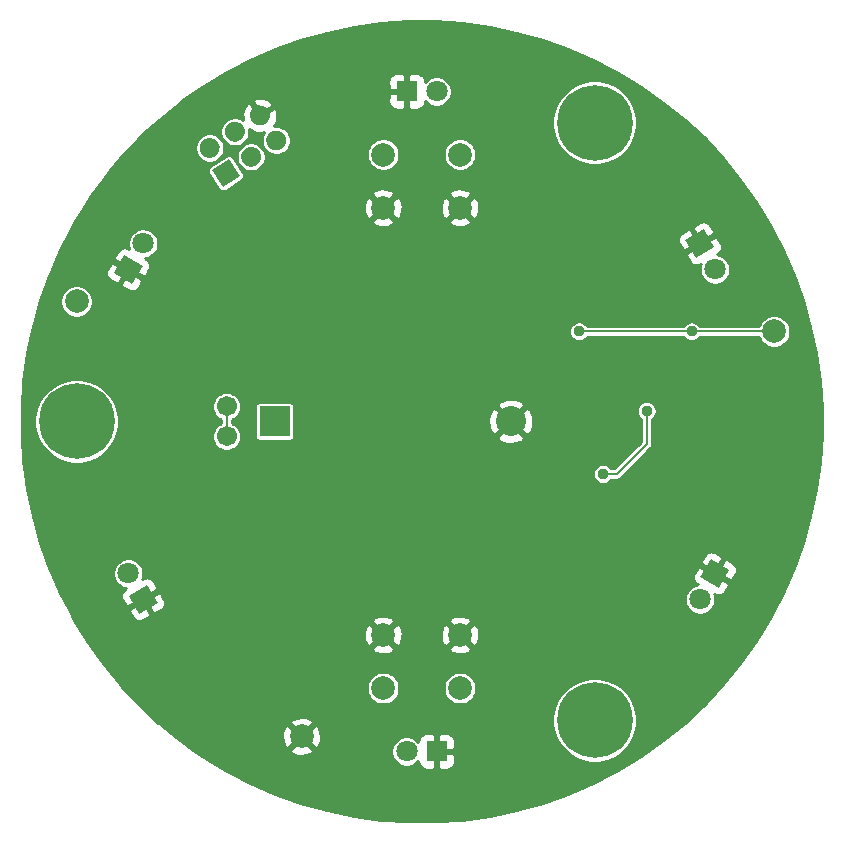
<source format=gbr>
G04 #@! TF.GenerationSoftware,KiCad,Pcbnew,(5.1.10)-1*
G04 #@! TF.CreationDate,2021-07-11T13:09:49-07:00*
G04 #@! TF.ProjectId,NightLight,4e696768-744c-4696-9768-742e6b696361,rev?*
G04 #@! TF.SameCoordinates,Original*
G04 #@! TF.FileFunction,Copper,L2,Bot*
G04 #@! TF.FilePolarity,Positive*
%FSLAX46Y46*%
G04 Gerber Fmt 4.6, Leading zero omitted, Abs format (unit mm)*
G04 Created by KiCad (PCBNEW (5.1.10)-1) date 2021-07-11 13:09:49*
%MOMM*%
%LPD*%
G01*
G04 APERTURE LIST*
G04 #@! TA.AperFunction,EtchedComponent*
%ADD10C,0.203200*%
G04 #@! TD*
G04 #@! TA.AperFunction,ComponentPad*
%ADD11C,0.100000*%
G04 #@! TD*
G04 #@! TA.AperFunction,ComponentPad*
%ADD12C,6.400000*%
G04 #@! TD*
G04 #@! TA.AperFunction,ComponentPad*
%ADD13C,2.540000*%
G04 #@! TD*
G04 #@! TA.AperFunction,ComponentPad*
%ADD14R,2.540000X2.540000*%
G04 #@! TD*
G04 #@! TA.AperFunction,ComponentPad*
%ADD15C,1.701800*%
G04 #@! TD*
G04 #@! TA.AperFunction,ComponentPad*
%ADD16C,1.800000*%
G04 #@! TD*
G04 #@! TA.AperFunction,ComponentPad*
%ADD17R,1.800000X1.800000*%
G04 #@! TD*
G04 #@! TA.AperFunction,ComponentPad*
%ADD18C,2.000000*%
G04 #@! TD*
G04 #@! TA.AperFunction,ViaPad*
%ADD19C,1.422400*%
G04 #@! TD*
G04 #@! TA.AperFunction,ViaPad*
%ADD20C,0.939800*%
G04 #@! TD*
G04 #@! TA.AperFunction,Conductor*
%ADD21C,0.203200*%
G04 #@! TD*
G04 #@! TA.AperFunction,Conductor*
%ADD22C,0.254000*%
G04 #@! TD*
G04 #@! TA.AperFunction,Conductor*
%ADD23C,0.100000*%
G04 #@! TD*
G04 APERTURE END LIST*
D10*
X-16510000Y1270000D02*
X-16510000Y-1270000D01*
G04 #@! TA.AperFunction,ComponentPad*
G36*
G01*
X-13217417Y25203537D02*
X-13217417Y25203537D01*
G75*
G02*
X-14393230Y25453464I-462943J712870D01*
G01*
X-14393230Y25453464D01*
G75*
G02*
X-14143303Y26629277I712870J462943D01*
G01*
X-14143303Y26629277D01*
G75*
G02*
X-12967490Y26379350I462943J-712870D01*
G01*
X-12967490Y26379350D01*
G75*
G02*
X-13217417Y25203537I-712870J-462943D01*
G01*
G37*
G04 #@! TD.AperFunction*
G04 #@! TA.AperFunction,ComponentPad*
G36*
G01*
X-11834034Y23073313D02*
X-11834034Y23073313D01*
G75*
G02*
X-13009847Y23323240I-462943J712870D01*
G01*
X-13009847Y23323240D01*
G75*
G02*
X-12759920Y24499053I712870J462943D01*
G01*
X-12759920Y24499053D01*
G75*
G02*
X-11584107Y24249126I462943J-712870D01*
G01*
X-11584107Y24249126D01*
G75*
G02*
X-11834034Y23073313I-712870J-462943D01*
G01*
G37*
G04 #@! TD.AperFunction*
G04 #@! TA.AperFunction,ComponentPad*
G36*
G01*
X-15347640Y23820153D02*
X-15347640Y23820153D01*
G75*
G02*
X-16523453Y24070080I-462943J712870D01*
G01*
X-16523453Y24070080D01*
G75*
G02*
X-16273526Y25245893I712870J462943D01*
G01*
X-16273526Y25245893D01*
G75*
G02*
X-15097713Y24995966I462943J-712870D01*
G01*
X-15097713Y24995966D01*
G75*
G02*
X-15347640Y23820153I-712870J-462943D01*
G01*
G37*
G04 #@! TD.AperFunction*
G04 #@! TA.AperFunction,ComponentPad*
G36*
G01*
X-13964257Y21689930D02*
X-13964257Y21689930D01*
G75*
G02*
X-15140070Y21939857I-462943J712870D01*
G01*
X-15140070Y21939857D01*
G75*
G02*
X-14890143Y23115670I712870J462943D01*
G01*
X-14890143Y23115670D01*
G75*
G02*
X-13714330Y22865743I462943J-712870D01*
G01*
X-13714330Y22865743D01*
G75*
G02*
X-13964257Y21689930I-712870J-462943D01*
G01*
G37*
G04 #@! TD.AperFunction*
G04 #@! TA.AperFunction,ComponentPad*
G36*
G01*
X-17477863Y22436770D02*
X-17477863Y22436770D01*
G75*
G02*
X-18653676Y22686697I-462943J712870D01*
G01*
X-18653676Y22686697D01*
G75*
G02*
X-18403749Y23862510I712870J462943D01*
G01*
X-18403749Y23862510D01*
G75*
G02*
X-17227936Y23612583I462943J-712870D01*
G01*
X-17227936Y23612583D01*
G75*
G02*
X-17477863Y22436770I-712870J-462943D01*
G01*
G37*
G04 #@! TD.AperFunction*
G04 #@! TA.AperFunction,ComponentPad*
D11*
G36*
X-15381610Y20769490D02*
G01*
X-16807350Y19843604D01*
X-17733236Y21269344D01*
X-16307496Y22195230D01*
X-15381610Y20769490D01*
G37*
G04 #@! TD.AperFunction*
D12*
X14655800Y-25298400D03*
X-29210000Y0D03*
X14655800Y25298400D03*
D13*
X7554000Y0D03*
D14*
X-12446000Y0D03*
D15*
X-16510000Y1270000D03*
X-16510000Y-1270000D03*
D16*
X-23571200Y15069852D03*
G04 #@! TA.AperFunction,ComponentPad*
D11*
G36*
X-24511777Y11640725D02*
G01*
X-26070623Y12540725D01*
X-25170623Y14099571D01*
X-23611777Y13199571D01*
X-24511777Y11640725D01*
G37*
G04 #@! TD.AperFunction*
D16*
X-24841200Y-12870148D03*
G04 #@! TA.AperFunction,ComponentPad*
D11*
G36*
X-22341777Y-15399275D02*
G01*
X-23900623Y-16299275D01*
X-24800623Y-14740429D01*
X-23241777Y-13840429D01*
X-22341777Y-15399275D01*
G37*
G04 #@! TD.AperFunction*
D16*
X-1270000Y-27940000D03*
D17*
X1270000Y-27940000D03*
D16*
X23571200Y-15069852D03*
G04 #@! TA.AperFunction,ComponentPad*
D11*
G36*
X24511777Y-11640725D02*
G01*
X26070623Y-12540725D01*
X25170623Y-14099571D01*
X23611777Y-13199571D01*
X24511777Y-11640725D01*
G37*
G04 #@! TD.AperFunction*
D16*
X24841200Y12870148D03*
G04 #@! TA.AperFunction,ComponentPad*
D11*
G36*
X22341777Y15399275D02*
G01*
X23900623Y16299275D01*
X24800623Y14740429D01*
X23241777Y13840429D01*
X22341777Y15399275D01*
G37*
G04 #@! TD.AperFunction*
D16*
X1279000Y27940000D03*
D17*
X-1261000Y27940000D03*
D18*
X29845000Y7620000D03*
X-10160000Y-26670000D03*
X-29210000Y10160000D03*
X3248800Y18084800D03*
X3248800Y22584800D03*
X-3251200Y18084800D03*
X-3251200Y22584800D03*
X3248800Y-22580600D03*
X3248800Y-18080600D03*
X-3251200Y-22580600D03*
X-3251200Y-18080600D03*
D19*
X20955000Y-6985000D03*
D20*
X-22860000Y-2540000D03*
D19*
X16510000Y5080000D03*
D20*
X19050000Y889000D03*
X15367000Y-4445000D03*
X22860000Y7620000D03*
X13335000Y7620000D03*
D21*
X19050000Y-1905000D02*
X16510000Y-4445000D01*
X16510000Y-4445000D02*
X15367000Y-4445000D01*
X19050000Y889000D02*
X19050000Y-1905000D01*
X22860000Y7620000D02*
X29845000Y7620000D01*
X22860000Y7620000D02*
X13335000Y7620000D01*
D22*
X3465118Y33706356D02*
X5757243Y33391310D01*
X8022526Y32920579D01*
X10250403Y32296357D01*
X12430488Y31521555D01*
X14552617Y30599784D01*
X16606895Y29535343D01*
X18583743Y28333195D01*
X20473946Y26998944D01*
X22268689Y25538812D01*
X23959606Y23959606D01*
X25538812Y22268689D01*
X26998944Y20473946D01*
X28333195Y18583743D01*
X29535343Y16606895D01*
X30599784Y14552617D01*
X31521555Y12430488D01*
X32296357Y10250403D01*
X32920579Y8022526D01*
X33391310Y5757243D01*
X33706356Y3465118D01*
X33864246Y1156837D01*
X33864246Y-1156837D01*
X33706356Y-3465118D01*
X33391310Y-5757243D01*
X32920579Y-8022526D01*
X32296357Y-10250403D01*
X31521555Y-12430488D01*
X30599784Y-14552617D01*
X29535343Y-16606895D01*
X28333195Y-18583743D01*
X26998944Y-20473946D01*
X25538812Y-22268689D01*
X23959606Y-23959606D01*
X22268689Y-25538812D01*
X20473946Y-26998944D01*
X18583743Y-28333195D01*
X16606895Y-29535343D01*
X14552617Y-30599784D01*
X12430488Y-31521555D01*
X10250403Y-32296357D01*
X8022526Y-32920579D01*
X5757243Y-33391310D01*
X3465118Y-33706356D01*
X1156837Y-33864246D01*
X-1156837Y-33864246D01*
X-3465118Y-33706356D01*
X-5757243Y-33391310D01*
X-8022526Y-32920579D01*
X-10250403Y-32296357D01*
X-12430488Y-31521555D01*
X-14552617Y-30599784D01*
X-16606895Y-29535343D01*
X-18583743Y-28333195D01*
X-19331439Y-27805413D01*
X-11115808Y-27805413D01*
X-11020044Y-28069814D01*
X-10730429Y-28210704D01*
X-10418892Y-28292384D01*
X-10097405Y-28311718D01*
X-9778325Y-28267961D01*
X-9473912Y-28162795D01*
X-9299956Y-28069814D01*
X-9207242Y-27813833D01*
X-2551000Y-27813833D01*
X-2551000Y-28066167D01*
X-2501772Y-28313654D01*
X-2405207Y-28546781D01*
X-2265018Y-28756590D01*
X-2086590Y-28935018D01*
X-1876781Y-29075207D01*
X-1643654Y-29171772D01*
X-1396167Y-29221000D01*
X-1143833Y-29221000D01*
X-896346Y-29171772D01*
X-663219Y-29075207D01*
X-453410Y-28935018D01*
X-274982Y-28756590D01*
X-267600Y-28745541D01*
X-268072Y-28840000D01*
X-255812Y-28964482D01*
X-219502Y-29084180D01*
X-160537Y-29194494D01*
X-81185Y-29291185D01*
X15506Y-29370537D01*
X125820Y-29429502D01*
X245518Y-29465812D01*
X370000Y-29478072D01*
X984250Y-29475000D01*
X1143000Y-29316250D01*
X1143000Y-28067000D01*
X1397000Y-28067000D01*
X1397000Y-29316250D01*
X1555750Y-29475000D01*
X2170000Y-29478072D01*
X2294482Y-29465812D01*
X2414180Y-29429502D01*
X2524494Y-29370537D01*
X2621185Y-29291185D01*
X2700537Y-29194494D01*
X2759502Y-29084180D01*
X2795812Y-28964482D01*
X2808072Y-28840000D01*
X2805000Y-28225750D01*
X2646250Y-28067000D01*
X1397000Y-28067000D01*
X1143000Y-28067000D01*
X1123000Y-28067000D01*
X1123000Y-27813000D01*
X1143000Y-27813000D01*
X1143000Y-26563750D01*
X1397000Y-26563750D01*
X1397000Y-27813000D01*
X2646250Y-27813000D01*
X2805000Y-27654250D01*
X2808072Y-27040000D01*
X2795812Y-26915518D01*
X2759502Y-26795820D01*
X2700537Y-26685506D01*
X2621185Y-26588815D01*
X2524494Y-26509463D01*
X2414180Y-26450498D01*
X2294482Y-26414188D01*
X2170000Y-26401928D01*
X1555750Y-26405000D01*
X1397000Y-26563750D01*
X1143000Y-26563750D01*
X984250Y-26405000D01*
X370000Y-26401928D01*
X245518Y-26414188D01*
X125820Y-26450498D01*
X15506Y-26509463D01*
X-81185Y-26588815D01*
X-160537Y-26685506D01*
X-219502Y-26795820D01*
X-255812Y-26915518D01*
X-268072Y-27040000D01*
X-267600Y-27134459D01*
X-274982Y-27123410D01*
X-453410Y-26944982D01*
X-663219Y-26804793D01*
X-896346Y-26708228D01*
X-1143833Y-26659000D01*
X-1396167Y-26659000D01*
X-1643654Y-26708228D01*
X-1876781Y-26804793D01*
X-2086590Y-26944982D01*
X-2265018Y-27123410D01*
X-2405207Y-27333219D01*
X-2501772Y-27566346D01*
X-2551000Y-27813833D01*
X-9207242Y-27813833D01*
X-9204192Y-27805413D01*
X-10160000Y-26849605D01*
X-11115808Y-27805413D01*
X-19331439Y-27805413D01*
X-20473946Y-26998944D01*
X-20801332Y-26732595D01*
X-11801718Y-26732595D01*
X-11757961Y-27051675D01*
X-11652795Y-27356088D01*
X-11559814Y-27530044D01*
X-11295413Y-27625808D01*
X-10339605Y-26670000D01*
X-9980395Y-26670000D01*
X-9024587Y-27625808D01*
X-8760186Y-27530044D01*
X-8619296Y-27240429D01*
X-8537616Y-26928892D01*
X-8518282Y-26607405D01*
X-8562039Y-26288325D01*
X-8667205Y-25983912D01*
X-8760186Y-25809956D01*
X-9024587Y-25714192D01*
X-9980395Y-26670000D01*
X-10339605Y-26670000D01*
X-11295413Y-25714192D01*
X-11559814Y-25809956D01*
X-11700704Y-26099571D01*
X-11782384Y-26411108D01*
X-11801718Y-26732595D01*
X-20801332Y-26732595D01*
X-22268689Y-25538812D01*
X-22273212Y-25534587D01*
X-11115808Y-25534587D01*
X-10160000Y-26490395D01*
X-9204192Y-25534587D01*
X-9299956Y-25270186D01*
X-9589571Y-25129296D01*
X-9901108Y-25047616D01*
X-10222595Y-25028282D01*
X-10541675Y-25072039D01*
X-10846088Y-25177205D01*
X-11020044Y-25270186D01*
X-11115808Y-25534587D01*
X-22273212Y-25534587D01*
X-22903754Y-24945702D01*
X11074800Y-24945702D01*
X11074800Y-25651098D01*
X11212416Y-26342939D01*
X11482359Y-26994640D01*
X11874256Y-27581154D01*
X12373046Y-28079944D01*
X12959560Y-28471841D01*
X13611261Y-28741784D01*
X14303102Y-28879400D01*
X15008498Y-28879400D01*
X15700339Y-28741784D01*
X16352040Y-28471841D01*
X16938554Y-28079944D01*
X17437344Y-27581154D01*
X17829241Y-26994640D01*
X18099184Y-26342939D01*
X18236800Y-25651098D01*
X18236800Y-24945702D01*
X18099184Y-24253861D01*
X17829241Y-23602160D01*
X17437344Y-23015646D01*
X16938554Y-22516856D01*
X16352040Y-22124959D01*
X15700339Y-21855016D01*
X15008498Y-21717400D01*
X14303102Y-21717400D01*
X13611261Y-21855016D01*
X12959560Y-22124959D01*
X12373046Y-22516856D01*
X11874256Y-23015646D01*
X11482359Y-23602160D01*
X11212416Y-24253861D01*
X11074800Y-24945702D01*
X-22903754Y-24945702D01*
X-23959606Y-23959606D01*
X-25374538Y-22444583D01*
X-4632200Y-22444583D01*
X-4632200Y-22716617D01*
X-4579129Y-22983423D01*
X-4475026Y-23234749D01*
X-4323893Y-23460936D01*
X-4131536Y-23653293D01*
X-3905349Y-23804426D01*
X-3654023Y-23908529D01*
X-3387217Y-23961600D01*
X-3115183Y-23961600D01*
X-2848377Y-23908529D01*
X-2597051Y-23804426D01*
X-2370864Y-23653293D01*
X-2178507Y-23460936D01*
X-2027374Y-23234749D01*
X-1923271Y-22983423D01*
X-1870200Y-22716617D01*
X-1870200Y-22444583D01*
X1867800Y-22444583D01*
X1867800Y-22716617D01*
X1920871Y-22983423D01*
X2024974Y-23234749D01*
X2176107Y-23460936D01*
X2368464Y-23653293D01*
X2594651Y-23804426D01*
X2845977Y-23908529D01*
X3112783Y-23961600D01*
X3384817Y-23961600D01*
X3651623Y-23908529D01*
X3902949Y-23804426D01*
X4129136Y-23653293D01*
X4321493Y-23460936D01*
X4472626Y-23234749D01*
X4576729Y-22983423D01*
X4629800Y-22716617D01*
X4629800Y-22444583D01*
X4576729Y-22177777D01*
X4472626Y-21926451D01*
X4321493Y-21700264D01*
X4129136Y-21507907D01*
X3902949Y-21356774D01*
X3651623Y-21252671D01*
X3384817Y-21199600D01*
X3112783Y-21199600D01*
X2845977Y-21252671D01*
X2594651Y-21356774D01*
X2368464Y-21507907D01*
X2176107Y-21700264D01*
X2024974Y-21926451D01*
X1920871Y-22177777D01*
X1867800Y-22444583D01*
X-1870200Y-22444583D01*
X-1923271Y-22177777D01*
X-2027374Y-21926451D01*
X-2178507Y-21700264D01*
X-2370864Y-21507907D01*
X-2597051Y-21356774D01*
X-2848377Y-21252671D01*
X-3115183Y-21199600D01*
X-3387217Y-21199600D01*
X-3654023Y-21252671D01*
X-3905349Y-21356774D01*
X-4131536Y-21507907D01*
X-4323893Y-21700264D01*
X-4475026Y-21926451D01*
X-4579129Y-22177777D01*
X-4632200Y-22444583D01*
X-25374538Y-22444583D01*
X-25538812Y-22268689D01*
X-26998944Y-20473946D01*
X-27886890Y-19216013D01*
X-4207008Y-19216013D01*
X-4111244Y-19480414D01*
X-3821629Y-19621304D01*
X-3510092Y-19702984D01*
X-3188605Y-19722318D01*
X-2869525Y-19678561D01*
X-2565112Y-19573395D01*
X-2391156Y-19480414D01*
X-2295392Y-19216013D01*
X2292992Y-19216013D01*
X2388756Y-19480414D01*
X2678371Y-19621304D01*
X2989908Y-19702984D01*
X3311395Y-19722318D01*
X3630475Y-19678561D01*
X3934888Y-19573395D01*
X4108844Y-19480414D01*
X4204608Y-19216013D01*
X3248800Y-18260205D01*
X2292992Y-19216013D01*
X-2295392Y-19216013D01*
X-3251200Y-18260205D01*
X-4207008Y-19216013D01*
X-27886890Y-19216013D01*
X-28333195Y-18583743D01*
X-28601098Y-18143195D01*
X-4892918Y-18143195D01*
X-4849161Y-18462275D01*
X-4743995Y-18766688D01*
X-4651014Y-18940644D01*
X-4386613Y-19036408D01*
X-3430805Y-18080600D01*
X-3071595Y-18080600D01*
X-2115787Y-19036408D01*
X-1851386Y-18940644D01*
X-1710496Y-18651029D01*
X-1628816Y-18339492D01*
X-1617011Y-18143195D01*
X1607082Y-18143195D01*
X1650839Y-18462275D01*
X1756005Y-18766688D01*
X1848986Y-18940644D01*
X2113387Y-19036408D01*
X3069195Y-18080600D01*
X3428405Y-18080600D01*
X4384213Y-19036408D01*
X4648614Y-18940644D01*
X4789504Y-18651029D01*
X4871184Y-18339492D01*
X4890518Y-18018005D01*
X4846761Y-17698925D01*
X4741595Y-17394512D01*
X4648614Y-17220556D01*
X4384213Y-17124792D01*
X3428405Y-18080600D01*
X3069195Y-18080600D01*
X2113387Y-17124792D01*
X1848986Y-17220556D01*
X1708096Y-17510171D01*
X1626416Y-17821708D01*
X1607082Y-18143195D01*
X-1617011Y-18143195D01*
X-1609482Y-18018005D01*
X-1653239Y-17698925D01*
X-1758405Y-17394512D01*
X-1851386Y-17220556D01*
X-2115787Y-17124792D01*
X-3071595Y-18080600D01*
X-3430805Y-18080600D01*
X-4386613Y-17124792D01*
X-4651014Y-17220556D01*
X-4791904Y-17510171D01*
X-4873584Y-17821708D01*
X-4892918Y-18143195D01*
X-28601098Y-18143195D01*
X-29329623Y-16945187D01*
X-4207008Y-16945187D01*
X-3251200Y-17900995D01*
X-2295392Y-16945187D01*
X2292992Y-16945187D01*
X3248800Y-17900995D01*
X4204608Y-16945187D01*
X4108844Y-16680786D01*
X3819229Y-16539896D01*
X3507692Y-16458216D01*
X3186205Y-16438882D01*
X2867125Y-16482639D01*
X2562712Y-16587805D01*
X2388756Y-16680786D01*
X2292992Y-16945187D01*
X-2295392Y-16945187D01*
X-2391156Y-16680786D01*
X-2680771Y-16539896D01*
X-2992308Y-16458216D01*
X-3313795Y-16438882D01*
X-3632875Y-16482639D01*
X-3937288Y-16587805D01*
X-4111244Y-16680786D01*
X-4207008Y-16945187D01*
X-29329623Y-16945187D01*
X-29535343Y-16606895D01*
X-29805860Y-16084819D01*
X-24757674Y-16084819D01*
X-24453209Y-16618311D01*
X-24380351Y-16719985D01*
X-24289057Y-16805492D01*
X-24182834Y-16871544D01*
X-24065768Y-16915605D01*
X-23942355Y-16935980D01*
X-23817338Y-16931889D01*
X-23695521Y-16903485D01*
X-23581587Y-16851861D01*
X-23051167Y-16542076D01*
X-22993060Y-16325219D01*
X-23617685Y-15243337D01*
X-24699567Y-15867962D01*
X-24757674Y-16084819D01*
X-29805860Y-16084819D01*
X-30599784Y-14552617D01*
X-31385385Y-12743981D01*
X-26122200Y-12743981D01*
X-26122200Y-12996315D01*
X-26072972Y-13243802D01*
X-25976407Y-13476929D01*
X-25836218Y-13686738D01*
X-25657790Y-13865166D01*
X-25447981Y-14005355D01*
X-25214854Y-14101920D01*
X-25032618Y-14138169D01*
X-25119659Y-14187843D01*
X-25221333Y-14260701D01*
X-25306840Y-14351995D01*
X-25372892Y-14458218D01*
X-25416953Y-14575284D01*
X-25437328Y-14698697D01*
X-25433237Y-14823714D01*
X-25404833Y-14945531D01*
X-25353209Y-15059465D01*
X-25043424Y-15589885D01*
X-24826567Y-15647992D01*
X-23905714Y-15116337D01*
X-23397715Y-15116337D01*
X-22773090Y-16198219D01*
X-22556233Y-16256326D01*
X-22022741Y-15951861D01*
X-21921067Y-15879003D01*
X-21835560Y-15787709D01*
X-21769508Y-15681486D01*
X-21725447Y-15564420D01*
X-21705072Y-15441007D01*
X-21709163Y-15315990D01*
X-21737567Y-15194173D01*
X-21789191Y-15080239D01*
X-21868943Y-14943685D01*
X22290200Y-14943685D01*
X22290200Y-15196019D01*
X22339428Y-15443506D01*
X22435993Y-15676633D01*
X22576182Y-15886442D01*
X22754610Y-16064870D01*
X22964419Y-16205059D01*
X23197546Y-16301624D01*
X23445033Y-16350852D01*
X23697367Y-16350852D01*
X23944854Y-16301624D01*
X24177981Y-16205059D01*
X24387790Y-16064870D01*
X24566218Y-15886442D01*
X24706407Y-15676633D01*
X24802972Y-15443506D01*
X24852200Y-15196019D01*
X24852200Y-14943685D01*
X24802972Y-14696198D01*
X24763394Y-14600649D01*
X24851587Y-14652157D01*
X24965521Y-14703781D01*
X25087338Y-14732185D01*
X25212355Y-14736276D01*
X25335768Y-14715901D01*
X25452834Y-14671840D01*
X25559057Y-14605788D01*
X25650351Y-14520281D01*
X25723209Y-14418607D01*
X26027674Y-13885115D01*
X25969567Y-13668258D01*
X24887685Y-13043633D01*
X24877685Y-13060954D01*
X24657715Y-12933954D01*
X24667715Y-12916633D01*
X24506687Y-12823663D01*
X25014685Y-12823663D01*
X26096567Y-13448288D01*
X26313424Y-13390181D01*
X26623209Y-12859761D01*
X26674833Y-12745827D01*
X26703237Y-12624010D01*
X26707328Y-12498993D01*
X26686953Y-12375580D01*
X26642892Y-12258514D01*
X26576840Y-12152291D01*
X26491333Y-12060997D01*
X26389659Y-11988139D01*
X25856167Y-11683674D01*
X25639310Y-11741781D01*
X25014685Y-12823663D01*
X24506687Y-12823663D01*
X23585833Y-12292008D01*
X23368976Y-12350115D01*
X23059191Y-12880535D01*
X23007567Y-12994469D01*
X22979163Y-13116286D01*
X22975072Y-13241303D01*
X22995447Y-13364716D01*
X23039508Y-13481782D01*
X23105560Y-13588005D01*
X23191067Y-13679299D01*
X23292741Y-13752157D01*
X23379782Y-13801831D01*
X23197546Y-13838080D01*
X22964419Y-13934645D01*
X22754610Y-14074834D01*
X22576182Y-14253262D01*
X22435993Y-14463071D01*
X22339428Y-14696198D01*
X22290200Y-14943685D01*
X-21868943Y-14943685D01*
X-22098976Y-14549819D01*
X-22315833Y-14491712D01*
X-23397715Y-15116337D01*
X-23905714Y-15116337D01*
X-23744685Y-15023367D01*
X-23754685Y-15006046D01*
X-23534715Y-14879046D01*
X-23524715Y-14896367D01*
X-22442833Y-14271742D01*
X-22384726Y-14054885D01*
X-22689191Y-13521393D01*
X-22762049Y-13419719D01*
X-22853343Y-13334212D01*
X-22959566Y-13268160D01*
X-23076632Y-13224099D01*
X-23200045Y-13203724D01*
X-23325062Y-13207815D01*
X-23446879Y-13236219D01*
X-23560813Y-13287843D01*
X-23649006Y-13339351D01*
X-23609428Y-13243802D01*
X-23560200Y-12996315D01*
X-23560200Y-12743981D01*
X-23609428Y-12496494D01*
X-23705993Y-12263367D01*
X-23846182Y-12053558D01*
X-24024610Y-11875130D01*
X-24054465Y-11855181D01*
X23654726Y-11855181D01*
X23712833Y-12072038D01*
X24794715Y-12696663D01*
X25419340Y-11614781D01*
X25361233Y-11397924D01*
X24830813Y-11088139D01*
X24716879Y-11036515D01*
X24595062Y-11008111D01*
X24470045Y-11004020D01*
X24346632Y-11024395D01*
X24229566Y-11068456D01*
X24123343Y-11134508D01*
X24032049Y-11220015D01*
X23959191Y-11321689D01*
X23654726Y-11855181D01*
X-24054465Y-11855181D01*
X-24234419Y-11734941D01*
X-24467546Y-11638376D01*
X-24715033Y-11589148D01*
X-24967367Y-11589148D01*
X-25214854Y-11638376D01*
X-25447981Y-11734941D01*
X-25657790Y-11875130D01*
X-25836218Y-12053558D01*
X-25976407Y-12263367D01*
X-26072972Y-12496494D01*
X-26122200Y-12743981D01*
X-31385385Y-12743981D01*
X-31521555Y-12430488D01*
X-32296357Y-10250403D01*
X-32920579Y-8022526D01*
X-33391310Y-5757243D01*
X-33583192Y-4361194D01*
X14516100Y-4361194D01*
X14516100Y-4528806D01*
X14548800Y-4693198D01*
X14612942Y-4848052D01*
X14706063Y-4987417D01*
X14824583Y-5105937D01*
X14963948Y-5199058D01*
X15118802Y-5263200D01*
X15283194Y-5295900D01*
X15450806Y-5295900D01*
X15615198Y-5263200D01*
X15770052Y-5199058D01*
X15909417Y-5105937D01*
X16027937Y-4987417D01*
X16067906Y-4927600D01*
X16486295Y-4927600D01*
X16510000Y-4929935D01*
X16533705Y-4927600D01*
X16533707Y-4927600D01*
X16604606Y-4920617D01*
X16695577Y-4893022D01*
X16779415Y-4848209D01*
X16852901Y-4787901D01*
X16868017Y-4769482D01*
X19374482Y-2263017D01*
X19392901Y-2247901D01*
X19453209Y-2174415D01*
X19498022Y-2090577D01*
X19525617Y-1999606D01*
X19532600Y-1928707D01*
X19532600Y-1928698D01*
X19534934Y-1905001D01*
X19532600Y-1881304D01*
X19532600Y188094D01*
X19592417Y228063D01*
X19710937Y346583D01*
X19804058Y485948D01*
X19868200Y640802D01*
X19900900Y805194D01*
X19900900Y972806D01*
X19868200Y1137198D01*
X19804058Y1292052D01*
X19710937Y1431417D01*
X19592417Y1549937D01*
X19453052Y1643058D01*
X19298198Y1707200D01*
X19133806Y1739900D01*
X18966194Y1739900D01*
X18801802Y1707200D01*
X18646948Y1643058D01*
X18507583Y1549937D01*
X18389063Y1431417D01*
X18295942Y1292052D01*
X18231800Y1137198D01*
X18199100Y972806D01*
X18199100Y805194D01*
X18231800Y640802D01*
X18295942Y485948D01*
X18389063Y346583D01*
X18507583Y228063D01*
X18567400Y188094D01*
X18567401Y-1705100D01*
X16310101Y-3962400D01*
X16067906Y-3962400D01*
X16027937Y-3902583D01*
X15909417Y-3784063D01*
X15770052Y-3690942D01*
X15615198Y-3626800D01*
X15450806Y-3594100D01*
X15283194Y-3594100D01*
X15118802Y-3626800D01*
X14963948Y-3690942D01*
X14824583Y-3784063D01*
X14706063Y-3902583D01*
X14612942Y-4041948D01*
X14548800Y-4196802D01*
X14516100Y-4361194D01*
X-33583192Y-4361194D01*
X-33706356Y-3465118D01*
X-33864246Y-1156837D01*
X-33864246Y352698D01*
X-32791000Y352698D01*
X-32791000Y-352698D01*
X-32653384Y-1044539D01*
X-32383441Y-1696240D01*
X-31991544Y-2282754D01*
X-31492754Y-2781544D01*
X-30906240Y-3173441D01*
X-30254539Y-3443384D01*
X-29562698Y-3581000D01*
X-28857302Y-3581000D01*
X-28165461Y-3443384D01*
X-27513760Y-3173441D01*
X-26927246Y-2781544D01*
X-26428456Y-2282754D01*
X-26036559Y-1696240D01*
X-25766616Y-1044539D01*
X-25629000Y-352698D01*
X-25629000Y352698D01*
X-25766616Y1044539D01*
X-25910262Y1391332D01*
X-17741900Y1391332D01*
X-17741900Y1148668D01*
X-17694559Y910668D01*
X-17601696Y686476D01*
X-17466879Y484709D01*
X-17295291Y313121D01*
X-17093524Y178304D01*
X-16992600Y136500D01*
X-16992599Y-136500D01*
X-17093524Y-178304D01*
X-17295291Y-313121D01*
X-17466879Y-484709D01*
X-17601696Y-686476D01*
X-17694559Y-910668D01*
X-17741900Y-1148668D01*
X-17741900Y-1391332D01*
X-17694559Y-1629332D01*
X-17601696Y-1853524D01*
X-17466879Y-2055291D01*
X-17295291Y-2226879D01*
X-17093524Y-2361696D01*
X-16869332Y-2454559D01*
X-16631332Y-2501900D01*
X-16388668Y-2501900D01*
X-16150668Y-2454559D01*
X-15926476Y-2361696D01*
X-15724709Y-2226879D01*
X-15553121Y-2055291D01*
X-15418304Y-1853524D01*
X-15325441Y-1629332D01*
X-15278100Y-1391332D01*
X-15278100Y-1148668D01*
X-15325441Y-910668D01*
X-15418304Y-686476D01*
X-15553121Y-484709D01*
X-15724709Y-313121D01*
X-15926476Y-178304D01*
X-16027400Y-136500D01*
X-16027400Y136500D01*
X-15926476Y178304D01*
X-15724709Y313121D01*
X-15553121Y484709D01*
X-15418304Y686476D01*
X-15325441Y910668D01*
X-15278100Y1148668D01*
X-15278100Y1270000D01*
X-14098843Y1270000D01*
X-14098843Y-1270000D01*
X-14091487Y-1344689D01*
X-14069701Y-1416508D01*
X-14034322Y-1482696D01*
X-13986711Y-1540711D01*
X-13928696Y-1588322D01*
X-13862508Y-1623701D01*
X-13790689Y-1645487D01*
X-13716000Y-1652843D01*
X-11176000Y-1652843D01*
X-11101311Y-1645487D01*
X-11029492Y-1623701D01*
X-10963304Y-1588322D01*
X-10905289Y-1540711D01*
X-10857678Y-1482696D01*
X-10822299Y-1416508D01*
X-10800513Y-1344689D01*
X-10798855Y-1327852D01*
X6405753Y-1327852D01*
X6534076Y-1619871D01*
X6869695Y-1787723D01*
X7231611Y-1886874D01*
X7605916Y-1913514D01*
X7978227Y-1866618D01*
X8334235Y-1747988D01*
X8573924Y-1619871D01*
X8702247Y-1327852D01*
X7554000Y-179605D01*
X6405753Y-1327852D01*
X-10798855Y-1327852D01*
X-10793157Y-1270000D01*
X-10793157Y-51916D01*
X5640486Y-51916D01*
X5687382Y-424227D01*
X5806012Y-780235D01*
X5934129Y-1019924D01*
X6226148Y-1148247D01*
X7374395Y0D01*
X7733605Y0D01*
X8881852Y-1148247D01*
X9173871Y-1019924D01*
X9341723Y-684305D01*
X9440874Y-322389D01*
X9467514Y51916D01*
X9420618Y424227D01*
X9301988Y780235D01*
X9173871Y1019924D01*
X8881852Y1148247D01*
X7733605Y0D01*
X7374395Y0D01*
X6226148Y1148247D01*
X5934129Y1019924D01*
X5766277Y684305D01*
X5667126Y322389D01*
X5640486Y-51916D01*
X-10793157Y-51916D01*
X-10793157Y1270000D01*
X-10798854Y1327852D01*
X6405753Y1327852D01*
X7554000Y179605D01*
X8702247Y1327852D01*
X8573924Y1619871D01*
X8238305Y1787723D01*
X7876389Y1886874D01*
X7502084Y1913514D01*
X7129773Y1866618D01*
X6773765Y1747988D01*
X6534076Y1619871D01*
X6405753Y1327852D01*
X-10798854Y1327852D01*
X-10800513Y1344689D01*
X-10822299Y1416508D01*
X-10857678Y1482696D01*
X-10905289Y1540711D01*
X-10963304Y1588322D01*
X-11029492Y1623701D01*
X-11101311Y1645487D01*
X-11176000Y1652843D01*
X-13716000Y1652843D01*
X-13790689Y1645487D01*
X-13862508Y1623701D01*
X-13928696Y1588322D01*
X-13986711Y1540711D01*
X-14034322Y1482696D01*
X-14069701Y1416508D01*
X-14091487Y1344689D01*
X-14098843Y1270000D01*
X-15278100Y1270000D01*
X-15278100Y1391332D01*
X-15325441Y1629332D01*
X-15418304Y1853524D01*
X-15553121Y2055291D01*
X-15724709Y2226879D01*
X-15926476Y2361696D01*
X-16150668Y2454559D01*
X-16388668Y2501900D01*
X-16631332Y2501900D01*
X-16869332Y2454559D01*
X-17093524Y2361696D01*
X-17295291Y2226879D01*
X-17466879Y2055291D01*
X-17601696Y1853524D01*
X-17694559Y1629332D01*
X-17741900Y1391332D01*
X-25910262Y1391332D01*
X-26036559Y1696240D01*
X-26428456Y2282754D01*
X-26927246Y2781544D01*
X-27513760Y3173441D01*
X-28165461Y3443384D01*
X-28857302Y3581000D01*
X-29562698Y3581000D01*
X-30254539Y3443384D01*
X-30906240Y3173441D01*
X-31492754Y2781544D01*
X-31991544Y2282754D01*
X-32383441Y1696240D01*
X-32653384Y1044539D01*
X-32791000Y352698D01*
X-33864246Y352698D01*
X-33864246Y1156837D01*
X-33706356Y3465118D01*
X-33391310Y5757243D01*
X-32986810Y7703806D01*
X12484100Y7703806D01*
X12484100Y7536194D01*
X12516800Y7371802D01*
X12580942Y7216948D01*
X12674063Y7077583D01*
X12792583Y6959063D01*
X12931948Y6865942D01*
X13086802Y6801800D01*
X13251194Y6769100D01*
X13418806Y6769100D01*
X13583198Y6801800D01*
X13738052Y6865942D01*
X13877417Y6959063D01*
X13995937Y7077583D01*
X14035906Y7137400D01*
X22159094Y7137400D01*
X22199063Y7077583D01*
X22317583Y6959063D01*
X22456948Y6865942D01*
X22611802Y6801800D01*
X22776194Y6769100D01*
X22943806Y6769100D01*
X23108198Y6801800D01*
X23263052Y6865942D01*
X23402417Y6959063D01*
X23520937Y7077583D01*
X23560906Y7137400D01*
X28550116Y7137400D01*
X28621174Y6965851D01*
X28772307Y6739664D01*
X28964664Y6547307D01*
X29190851Y6396174D01*
X29442177Y6292071D01*
X29708983Y6239000D01*
X29981017Y6239000D01*
X30247823Y6292071D01*
X30499149Y6396174D01*
X30725336Y6547307D01*
X30917693Y6739664D01*
X31068826Y6965851D01*
X31172929Y7217177D01*
X31226000Y7483983D01*
X31226000Y7756017D01*
X31172929Y8022823D01*
X31068826Y8274149D01*
X30917693Y8500336D01*
X30725336Y8692693D01*
X30499149Y8843826D01*
X30247823Y8947929D01*
X29981017Y9001000D01*
X29708983Y9001000D01*
X29442177Y8947929D01*
X29190851Y8843826D01*
X28964664Y8692693D01*
X28772307Y8500336D01*
X28621174Y8274149D01*
X28550116Y8102600D01*
X23560906Y8102600D01*
X23520937Y8162417D01*
X23402417Y8280937D01*
X23263052Y8374058D01*
X23108198Y8438200D01*
X22943806Y8470900D01*
X22776194Y8470900D01*
X22611802Y8438200D01*
X22456948Y8374058D01*
X22317583Y8280937D01*
X22199063Y8162417D01*
X22159094Y8102600D01*
X14035906Y8102600D01*
X13995937Y8162417D01*
X13877417Y8280937D01*
X13738052Y8374058D01*
X13583198Y8438200D01*
X13418806Y8470900D01*
X13251194Y8470900D01*
X13086802Y8438200D01*
X12931948Y8374058D01*
X12792583Y8280937D01*
X12674063Y8162417D01*
X12580942Y8023052D01*
X12516800Y7868198D01*
X12484100Y7703806D01*
X-32986810Y7703806D01*
X-32920579Y8022526D01*
X-32296357Y10250403D01*
X-32280146Y10296017D01*
X-30591000Y10296017D01*
X-30591000Y10023983D01*
X-30537929Y9757177D01*
X-30433826Y9505851D01*
X-30282693Y9279664D01*
X-30090336Y9087307D01*
X-29864149Y8936174D01*
X-29612823Y8832071D01*
X-29346017Y8779000D01*
X-29073983Y8779000D01*
X-28807177Y8832071D01*
X-28555851Y8936174D01*
X-28329664Y9087307D01*
X-28137307Y9279664D01*
X-27986174Y9505851D01*
X-27882071Y9757177D01*
X-27829000Y10023983D01*
X-27829000Y10296017D01*
X-27882071Y10562823D01*
X-27986174Y10814149D01*
X-28137307Y11040336D01*
X-28329664Y11232693D01*
X-28555851Y11383826D01*
X-28807177Y11487929D01*
X-29073983Y11541000D01*
X-29346017Y11541000D01*
X-29612823Y11487929D01*
X-29864149Y11383826D01*
X-30090336Y11232693D01*
X-30282693Y11040336D01*
X-30433826Y10814149D01*
X-30537929Y10562823D01*
X-30591000Y10296017D01*
X-32280146Y10296017D01*
X-31811458Y11614781D01*
X-25419340Y11614781D01*
X-25361233Y11397924D01*
X-24830813Y11088139D01*
X-24716879Y11036515D01*
X-24595062Y11008111D01*
X-24470045Y11004020D01*
X-24346632Y11024395D01*
X-24229566Y11068456D01*
X-24123343Y11134508D01*
X-24032049Y11220015D01*
X-23959191Y11321689D01*
X-23654726Y11855181D01*
X-23712833Y12072038D01*
X-24794715Y12696663D01*
X-25419340Y11614781D01*
X-31811458Y11614781D01*
X-31521555Y12430488D01*
X-31491800Y12498993D01*
X-26707328Y12498993D01*
X-26686953Y12375580D01*
X-26642892Y12258514D01*
X-26576840Y12152291D01*
X-26491333Y12060997D01*
X-26389659Y11988139D01*
X-25856167Y11683674D01*
X-25639310Y11741781D01*
X-25014685Y12823663D01*
X-26096567Y13448288D01*
X-26313424Y13390181D01*
X-26623209Y12859761D01*
X-26674833Y12745827D01*
X-26703237Y12624010D01*
X-26707328Y12498993D01*
X-31491800Y12498993D01*
X-30889722Y13885115D01*
X-26027674Y13885115D01*
X-25969567Y13668258D01*
X-24887685Y13043633D01*
X-24877685Y13060954D01*
X-24657715Y12933954D01*
X-24667715Y12916633D01*
X-23585833Y12292008D01*
X-23368976Y12350115D01*
X-23059191Y12880535D01*
X-23007567Y12994469D01*
X-22979163Y13116286D01*
X-22975072Y13241303D01*
X-22995447Y13364716D01*
X-23039508Y13481782D01*
X-23105560Y13588005D01*
X-23191067Y13679299D01*
X-23292741Y13752157D01*
X-23379782Y13801831D01*
X-23197546Y13838080D01*
X-22964419Y13934645D01*
X-22784466Y14054885D01*
X22384726Y14054885D01*
X22689191Y13521393D01*
X22762049Y13419719D01*
X22853343Y13334212D01*
X22959566Y13268160D01*
X23076632Y13224099D01*
X23200045Y13203724D01*
X23325062Y13207815D01*
X23446879Y13236219D01*
X23560813Y13287843D01*
X23649006Y13339351D01*
X23609428Y13243802D01*
X23560200Y12996315D01*
X23560200Y12743981D01*
X23609428Y12496494D01*
X23705993Y12263367D01*
X23846182Y12053558D01*
X24024610Y11875130D01*
X24234419Y11734941D01*
X24467546Y11638376D01*
X24715033Y11589148D01*
X24967367Y11589148D01*
X25214854Y11638376D01*
X25447981Y11734941D01*
X25657790Y11875130D01*
X25836218Y12053558D01*
X25976407Y12263367D01*
X26072972Y12496494D01*
X26122200Y12743981D01*
X26122200Y12996315D01*
X26072972Y13243802D01*
X25976407Y13476929D01*
X25836218Y13686738D01*
X25657790Y13865166D01*
X25447981Y14005355D01*
X25214854Y14101920D01*
X25032618Y14138169D01*
X25119659Y14187843D01*
X25221333Y14260701D01*
X25306840Y14351995D01*
X25372892Y14458218D01*
X25416953Y14575284D01*
X25437328Y14698697D01*
X25433237Y14823714D01*
X25404833Y14945531D01*
X25353209Y15059465D01*
X25043424Y15589885D01*
X24826567Y15647992D01*
X23744685Y15023367D01*
X23754685Y15006046D01*
X23534715Y14879046D01*
X23524715Y14896367D01*
X22442833Y14271742D01*
X22384726Y14054885D01*
X-22784466Y14054885D01*
X-22754610Y14074834D01*
X-22576182Y14253262D01*
X-22435993Y14463071D01*
X-22339428Y14696198D01*
X-22290200Y14943685D01*
X-22290200Y15196019D01*
X-22338930Y15441007D01*
X21705072Y15441007D01*
X21709163Y15315990D01*
X21737567Y15194173D01*
X21789191Y15080239D01*
X22098976Y14549819D01*
X22315833Y14491712D01*
X23397715Y15116337D01*
X22773090Y16198219D01*
X22556233Y16256326D01*
X22022741Y15951861D01*
X21921067Y15879003D01*
X21835560Y15787709D01*
X21769508Y15681486D01*
X21725447Y15564420D01*
X21705072Y15441007D01*
X-22338930Y15441007D01*
X-22339428Y15443506D01*
X-22435993Y15676633D01*
X-22576182Y15886442D01*
X-22754610Y16064870D01*
X-22964419Y16205059D01*
X-23197546Y16301624D01*
X-23316166Y16325219D01*
X22993060Y16325219D01*
X23617685Y15243337D01*
X24699567Y15867962D01*
X24757674Y16084819D01*
X24453209Y16618311D01*
X24380351Y16719985D01*
X24289057Y16805492D01*
X24182834Y16871544D01*
X24065768Y16915605D01*
X23942355Y16935980D01*
X23817338Y16931889D01*
X23695521Y16903485D01*
X23581587Y16851861D01*
X23051167Y16542076D01*
X22993060Y16325219D01*
X-23316166Y16325219D01*
X-23445033Y16350852D01*
X-23697367Y16350852D01*
X-23944854Y16301624D01*
X-24177981Y16205059D01*
X-24387790Y16064870D01*
X-24566218Y15886442D01*
X-24706407Y15676633D01*
X-24802972Y15443506D01*
X-24852200Y15196019D01*
X-24852200Y14943685D01*
X-24802972Y14696198D01*
X-24763394Y14600649D01*
X-24851587Y14652157D01*
X-24965521Y14703781D01*
X-25087338Y14732185D01*
X-25212355Y14736276D01*
X-25335768Y14715901D01*
X-25452834Y14671840D01*
X-25559057Y14605788D01*
X-25650351Y14520281D01*
X-25723209Y14418607D01*
X-26027674Y13885115D01*
X-30889722Y13885115D01*
X-30599784Y14552617D01*
X-29535343Y16606895D01*
X-29327070Y16949387D01*
X-4207008Y16949387D01*
X-4111244Y16684986D01*
X-3821629Y16544096D01*
X-3510092Y16462416D01*
X-3188605Y16443082D01*
X-2869525Y16486839D01*
X-2565112Y16592005D01*
X-2391156Y16684986D01*
X-2295392Y16949387D01*
X2292992Y16949387D01*
X2388756Y16684986D01*
X2678371Y16544096D01*
X2989908Y16462416D01*
X3311395Y16443082D01*
X3630475Y16486839D01*
X3934888Y16592005D01*
X4108844Y16684986D01*
X4204608Y16949387D01*
X3248800Y17905195D01*
X2292992Y16949387D01*
X-2295392Y16949387D01*
X-3251200Y17905195D01*
X-4207008Y16949387D01*
X-29327070Y16949387D01*
X-28674674Y18022205D01*
X-4892918Y18022205D01*
X-4849161Y17703125D01*
X-4743995Y17398712D01*
X-4651014Y17224756D01*
X-4386613Y17128992D01*
X-3430805Y18084800D01*
X-3071595Y18084800D01*
X-2115787Y17128992D01*
X-1851386Y17224756D01*
X-1710496Y17514371D01*
X-1628816Y17825908D01*
X-1617011Y18022205D01*
X1607082Y18022205D01*
X1650839Y17703125D01*
X1756005Y17398712D01*
X1848986Y17224756D01*
X2113387Y17128992D01*
X3069195Y18084800D01*
X3428405Y18084800D01*
X4384213Y17128992D01*
X4648614Y17224756D01*
X4789504Y17514371D01*
X4871184Y17825908D01*
X4890518Y18147395D01*
X4846761Y18466475D01*
X4741595Y18770888D01*
X4648614Y18944844D01*
X4384213Y19040608D01*
X3428405Y18084800D01*
X3069195Y18084800D01*
X2113387Y19040608D01*
X1848986Y18944844D01*
X1708096Y18655229D01*
X1626416Y18343692D01*
X1607082Y18022205D01*
X-1617011Y18022205D01*
X-1609482Y18147395D01*
X-1653239Y18466475D01*
X-1758405Y18770888D01*
X-1851386Y18944844D01*
X-2115787Y19040608D01*
X-3071595Y18084800D01*
X-3430805Y18084800D01*
X-4386613Y19040608D01*
X-4651014Y18944844D01*
X-4791904Y18655229D01*
X-4873584Y18343692D01*
X-4892918Y18022205D01*
X-28674674Y18022205D01*
X-28333195Y18583743D01*
X-27883926Y19220213D01*
X-4207008Y19220213D01*
X-3251200Y18264405D01*
X-2295392Y19220213D01*
X2292992Y19220213D01*
X3248800Y18264405D01*
X4204608Y19220213D01*
X4108844Y19484614D01*
X3819229Y19625504D01*
X3507692Y19707184D01*
X3186205Y19726518D01*
X2867125Y19682761D01*
X2562712Y19577595D01*
X2388756Y19484614D01*
X2292992Y19220213D01*
X-2295392Y19220213D01*
X-2391156Y19484614D01*
X-2680771Y19625504D01*
X-2992308Y19707184D01*
X-3313795Y19726518D01*
X-3632875Y19682761D01*
X-3937288Y19577595D01*
X-4111244Y19484614D01*
X-4207008Y19220213D01*
X-27883926Y19220213D01*
X-26998944Y20473946D01*
X-26347763Y21274355D01*
X-18116046Y21274355D01*
X-18109668Y21199576D01*
X-18088824Y21127479D01*
X-18054315Y21060833D01*
X-17128429Y19635093D01*
X-17081581Y19576460D01*
X-17024195Y19528093D01*
X-16958475Y19491851D01*
X-16886948Y19469127D01*
X-16812361Y19460794D01*
X-16737582Y19467172D01*
X-16665485Y19488016D01*
X-16598839Y19522525D01*
X-15173099Y20448411D01*
X-15114466Y20495259D01*
X-15066099Y20552645D01*
X-15029857Y20618365D01*
X-15007133Y20689892D01*
X-14998800Y20764479D01*
X-15005178Y20839258D01*
X-15026022Y20911355D01*
X-15060531Y20978001D01*
X-15986417Y22403741D01*
X-16033265Y22462374D01*
X-16090651Y22510741D01*
X-16114772Y22524043D01*
X-15658200Y22524043D01*
X-15658200Y22281557D01*
X-15610893Y22043731D01*
X-15518098Y21819703D01*
X-15383380Y21618083D01*
X-15211917Y21446620D01*
X-15010297Y21311902D01*
X-14786269Y21219107D01*
X-14548443Y21171800D01*
X-14305957Y21171800D01*
X-14068131Y21219107D01*
X-13844103Y21311902D01*
X-13642483Y21446620D01*
X-13471020Y21618083D01*
X-13336302Y21819703D01*
X-13243507Y22043731D01*
X-13196200Y22281557D01*
X-13196200Y22524043D01*
X-13243507Y22761869D01*
X-13336302Y22985897D01*
X-13471020Y23187517D01*
X-13642483Y23358980D01*
X-13844103Y23493698D01*
X-14068131Y23586493D01*
X-14305957Y23633800D01*
X-14548443Y23633800D01*
X-14786269Y23586493D01*
X-15010297Y23493698D01*
X-15211917Y23358980D01*
X-15383380Y23187517D01*
X-15518098Y22985897D01*
X-15610893Y22761869D01*
X-15658200Y22524043D01*
X-16114772Y22524043D01*
X-16156371Y22546983D01*
X-16227898Y22569707D01*
X-16302485Y22578040D01*
X-16377264Y22571662D01*
X-16449361Y22550818D01*
X-16516007Y22516309D01*
X-17941747Y21590423D01*
X-18000380Y21543575D01*
X-18048747Y21486189D01*
X-18084989Y21420469D01*
X-18107713Y21348942D01*
X-18116046Y21274355D01*
X-26347763Y21274355D01*
X-25538812Y22268689D01*
X-24602829Y23270883D01*
X-19171806Y23270883D01*
X-19171806Y23028397D01*
X-19124499Y22790571D01*
X-19031704Y22566543D01*
X-18896986Y22364923D01*
X-18725523Y22193460D01*
X-18523903Y22058742D01*
X-18299875Y21965947D01*
X-18062049Y21918640D01*
X-17819563Y21918640D01*
X-17581737Y21965947D01*
X-17357709Y22058742D01*
X-17156089Y22193460D01*
X-16984626Y22364923D01*
X-16849908Y22566543D01*
X-16757113Y22790571D01*
X-16709806Y23028397D01*
X-16709806Y23270883D01*
X-16757113Y23508709D01*
X-16849908Y23732737D01*
X-16984626Y23934357D01*
X-17156089Y24105820D01*
X-17357709Y24240538D01*
X-17581737Y24333333D01*
X-17819563Y24380640D01*
X-18062049Y24380640D01*
X-18299875Y24333333D01*
X-18523903Y24240538D01*
X-18725523Y24105820D01*
X-18896986Y23934357D01*
X-19031704Y23732737D01*
X-19124499Y23508709D01*
X-19171806Y23270883D01*
X-24602829Y23270883D01*
X-23959606Y23959606D01*
X-23215807Y24654266D01*
X-17041583Y24654266D01*
X-17041583Y24411780D01*
X-16994276Y24173954D01*
X-16901481Y23949926D01*
X-16766763Y23748306D01*
X-16595300Y23576843D01*
X-16393680Y23442125D01*
X-16169652Y23349330D01*
X-15931826Y23302023D01*
X-15689340Y23302023D01*
X-15451514Y23349330D01*
X-15227486Y23442125D01*
X-15025866Y23576843D01*
X-14854403Y23748306D01*
X-14719685Y23949926D01*
X-14626890Y24173954D01*
X-14579583Y24411780D01*
X-14579583Y24654266D01*
X-14600552Y24759683D01*
X-14463860Y24654914D01*
X-14202700Y24526300D01*
X-13921467Y24451107D01*
X-13630968Y24432225D01*
X-13342368Y24470379D01*
X-13315044Y24478279D01*
X-13387875Y24369280D01*
X-13480670Y24145252D01*
X-13527977Y23907426D01*
X-13527977Y23664940D01*
X-13480670Y23427114D01*
X-13387875Y23203086D01*
X-13253157Y23001466D01*
X-13081694Y22830003D01*
X-12880074Y22695285D01*
X-12656046Y22602490D01*
X-12418220Y22555183D01*
X-12175734Y22555183D01*
X-11937908Y22602490D01*
X-11713880Y22695285D01*
X-11675669Y22720817D01*
X-4632200Y22720817D01*
X-4632200Y22448783D01*
X-4579129Y22181977D01*
X-4475026Y21930651D01*
X-4323893Y21704464D01*
X-4131536Y21512107D01*
X-3905349Y21360974D01*
X-3654023Y21256871D01*
X-3387217Y21203800D01*
X-3115183Y21203800D01*
X-2848377Y21256871D01*
X-2597051Y21360974D01*
X-2370864Y21512107D01*
X-2178507Y21704464D01*
X-2027374Y21930651D01*
X-1923271Y22181977D01*
X-1870200Y22448783D01*
X-1870200Y22720817D01*
X1867800Y22720817D01*
X1867800Y22448783D01*
X1920871Y22181977D01*
X2024974Y21930651D01*
X2176107Y21704464D01*
X2368464Y21512107D01*
X2594651Y21360974D01*
X2845977Y21256871D01*
X3112783Y21203800D01*
X3384817Y21203800D01*
X3651623Y21256871D01*
X3902949Y21360974D01*
X4129136Y21512107D01*
X4321493Y21704464D01*
X4472626Y21930651D01*
X4576729Y22181977D01*
X4629800Y22448783D01*
X4629800Y22720817D01*
X4576729Y22987623D01*
X4472626Y23238949D01*
X4321493Y23465136D01*
X4129136Y23657493D01*
X3902949Y23808626D01*
X3651623Y23912729D01*
X3384817Y23965800D01*
X3112783Y23965800D01*
X2845977Y23912729D01*
X2594651Y23808626D01*
X2368464Y23657493D01*
X2176107Y23465136D01*
X2024974Y23238949D01*
X1920871Y22987623D01*
X1867800Y22720817D01*
X-1870200Y22720817D01*
X-1923271Y22987623D01*
X-2027374Y23238949D01*
X-2178507Y23465136D01*
X-2370864Y23657493D01*
X-2597051Y23808626D01*
X-2848377Y23912729D01*
X-3115183Y23965800D01*
X-3387217Y23965800D01*
X-3654023Y23912729D01*
X-3905349Y23808626D01*
X-4131536Y23657493D01*
X-4323893Y23465136D01*
X-4475026Y23238949D01*
X-4579129Y22987623D01*
X-4632200Y22720817D01*
X-11675669Y22720817D01*
X-11512260Y22830003D01*
X-11340797Y23001466D01*
X-11206079Y23203086D01*
X-11113284Y23427114D01*
X-11065977Y23664940D01*
X-11065977Y23907426D01*
X-11113284Y24145252D01*
X-11206079Y24369280D01*
X-11340797Y24570900D01*
X-11512260Y24742363D01*
X-11713880Y24877081D01*
X-11937908Y24969876D01*
X-12175734Y25017183D01*
X-12418220Y25017183D01*
X-12514984Y24997935D01*
X-12496822Y25019483D01*
X-12344581Y25267614D01*
X-12243675Y25540678D01*
X-12226125Y25651098D01*
X11074800Y25651098D01*
X11074800Y24945702D01*
X11212416Y24253861D01*
X11482359Y23602160D01*
X11874256Y23015646D01*
X12373046Y22516856D01*
X12959560Y22124959D01*
X13611261Y21855016D01*
X14303102Y21717400D01*
X15008498Y21717400D01*
X15700339Y21855016D01*
X16352040Y22124959D01*
X16938554Y22516856D01*
X17437344Y23015646D01*
X17829241Y23602160D01*
X18099184Y24253861D01*
X18236800Y24945702D01*
X18236800Y25651098D01*
X18099184Y26342939D01*
X17829241Y26994640D01*
X17437344Y27581154D01*
X16938554Y28079944D01*
X16352040Y28471841D01*
X15700339Y28741784D01*
X15008498Y28879400D01*
X14303102Y28879400D01*
X13611261Y28741784D01*
X12959560Y28471841D01*
X12373046Y28079944D01*
X11874256Y27581154D01*
X11482359Y26994640D01*
X11212416Y26342939D01*
X11074800Y25651098D01*
X-12226125Y25651098D01*
X-12197979Y25828181D01*
X-12209251Y26119075D01*
X-12277056Y26402180D01*
X-12503463Y26529263D01*
X-13504680Y25879065D01*
X-13493787Y25862292D01*
X-13706809Y25723953D01*
X-13717702Y25740727D01*
X-13734475Y25729834D01*
X-13872814Y25942856D01*
X-13856040Y25953749D01*
X-14505879Y26954413D01*
X-14764757Y26930954D01*
X-14863898Y26813331D01*
X-15016139Y26565200D01*
X-15117045Y26292136D01*
X-15162741Y26004633D01*
X-15151469Y25713739D01*
X-15111376Y25546339D01*
X-15227486Y25623921D01*
X-15451514Y25716716D01*
X-15689340Y25764023D01*
X-15931826Y25764023D01*
X-16169652Y25716716D01*
X-16393680Y25623921D01*
X-16595300Y25489203D01*
X-16766763Y25317740D01*
X-16901481Y25116120D01*
X-16994276Y24892092D01*
X-17041583Y24654266D01*
X-23215807Y24654266D01*
X-22268689Y25538812D01*
X-20473946Y26998944D01*
X-20341052Y27092751D01*
X-14292857Y27092751D01*
X-13643018Y26092087D01*
X-12641801Y26742285D01*
X-12665809Y27000808D01*
X-12716942Y27040000D01*
X-2799072Y27040000D01*
X-2786812Y26915518D01*
X-2750502Y26795820D01*
X-2691537Y26685506D01*
X-2612185Y26588815D01*
X-2515494Y26509463D01*
X-2405180Y26450498D01*
X-2285482Y26414188D01*
X-2161000Y26401928D01*
X-1546750Y26405000D01*
X-1388000Y26563750D01*
X-1388000Y27813000D01*
X-2637250Y27813000D01*
X-2796000Y27654250D01*
X-2799072Y27040000D01*
X-12716942Y27040000D01*
X-12896860Y27177900D01*
X-13158020Y27306514D01*
X-13439253Y27381707D01*
X-13729752Y27400589D01*
X-14018352Y27362435D01*
X-14166131Y27319707D01*
X-14292857Y27092751D01*
X-20341052Y27092751D01*
X-18583743Y28333195D01*
X-17750338Y28840000D01*
X-2799072Y28840000D01*
X-2796000Y28225750D01*
X-2637250Y28067000D01*
X-1388000Y28067000D01*
X-1388000Y29316250D01*
X-1134000Y29316250D01*
X-1134000Y28067000D01*
X-1114000Y28067000D01*
X-1114000Y27813000D01*
X-1134000Y27813000D01*
X-1134000Y26563750D01*
X-975250Y26405000D01*
X-361000Y26401928D01*
X-236518Y26414188D01*
X-116820Y26450498D01*
X-6506Y26509463D01*
X90185Y26588815D01*
X169537Y26685506D01*
X228502Y26795820D01*
X264812Y26915518D01*
X277072Y27040000D01*
X276600Y27134459D01*
X283982Y27123410D01*
X462410Y26944982D01*
X672219Y26804793D01*
X905346Y26708228D01*
X1152833Y26659000D01*
X1405167Y26659000D01*
X1652654Y26708228D01*
X1885781Y26804793D01*
X2095590Y26944982D01*
X2274018Y27123410D01*
X2414207Y27333219D01*
X2510772Y27566346D01*
X2560000Y27813833D01*
X2560000Y28066167D01*
X2510772Y28313654D01*
X2414207Y28546781D01*
X2274018Y28756590D01*
X2095590Y28935018D01*
X1885781Y29075207D01*
X1652654Y29171772D01*
X1405167Y29221000D01*
X1152833Y29221000D01*
X905346Y29171772D01*
X672219Y29075207D01*
X462410Y28935018D01*
X283982Y28756590D01*
X276600Y28745541D01*
X277072Y28840000D01*
X264812Y28964482D01*
X228502Y29084180D01*
X169537Y29194494D01*
X90185Y29291185D01*
X-6506Y29370537D01*
X-116820Y29429502D01*
X-236518Y29465812D01*
X-361000Y29478072D01*
X-975250Y29475000D01*
X-1134000Y29316250D01*
X-1388000Y29316250D01*
X-1546750Y29475000D01*
X-2161000Y29478072D01*
X-2285482Y29465812D01*
X-2405180Y29429502D01*
X-2515494Y29370537D01*
X-2612185Y29291185D01*
X-2691537Y29194494D01*
X-2750502Y29084180D01*
X-2786812Y28964482D01*
X-2799072Y28840000D01*
X-17750338Y28840000D01*
X-16606895Y29535343D01*
X-14552617Y30599784D01*
X-12430488Y31521555D01*
X-10250403Y32296357D01*
X-8022526Y32920579D01*
X-5757243Y33391310D01*
X-3465118Y33706356D01*
X-1156837Y33864246D01*
X1156837Y33864246D01*
X3465118Y33706356D01*
G04 #@! TA.AperFunction,Conductor*
D23*
G36*
X3465118Y33706356D02*
G01*
X5757243Y33391310D01*
X8022526Y32920579D01*
X10250403Y32296357D01*
X12430488Y31521555D01*
X14552617Y30599784D01*
X16606895Y29535343D01*
X18583743Y28333195D01*
X20473946Y26998944D01*
X22268689Y25538812D01*
X23959606Y23959606D01*
X25538812Y22268689D01*
X26998944Y20473946D01*
X28333195Y18583743D01*
X29535343Y16606895D01*
X30599784Y14552617D01*
X31521555Y12430488D01*
X32296357Y10250403D01*
X32920579Y8022526D01*
X33391310Y5757243D01*
X33706356Y3465118D01*
X33864246Y1156837D01*
X33864246Y-1156837D01*
X33706356Y-3465118D01*
X33391310Y-5757243D01*
X32920579Y-8022526D01*
X32296357Y-10250403D01*
X31521555Y-12430488D01*
X30599784Y-14552617D01*
X29535343Y-16606895D01*
X28333195Y-18583743D01*
X26998944Y-20473946D01*
X25538812Y-22268689D01*
X23959606Y-23959606D01*
X22268689Y-25538812D01*
X20473946Y-26998944D01*
X18583743Y-28333195D01*
X16606895Y-29535343D01*
X14552617Y-30599784D01*
X12430488Y-31521555D01*
X10250403Y-32296357D01*
X8022526Y-32920579D01*
X5757243Y-33391310D01*
X3465118Y-33706356D01*
X1156837Y-33864246D01*
X-1156837Y-33864246D01*
X-3465118Y-33706356D01*
X-5757243Y-33391310D01*
X-8022526Y-32920579D01*
X-10250403Y-32296357D01*
X-12430488Y-31521555D01*
X-14552617Y-30599784D01*
X-16606895Y-29535343D01*
X-18583743Y-28333195D01*
X-19331439Y-27805413D01*
X-11115808Y-27805413D01*
X-11020044Y-28069814D01*
X-10730429Y-28210704D01*
X-10418892Y-28292384D01*
X-10097405Y-28311718D01*
X-9778325Y-28267961D01*
X-9473912Y-28162795D01*
X-9299956Y-28069814D01*
X-9207242Y-27813833D01*
X-2551000Y-27813833D01*
X-2551000Y-28066167D01*
X-2501772Y-28313654D01*
X-2405207Y-28546781D01*
X-2265018Y-28756590D01*
X-2086590Y-28935018D01*
X-1876781Y-29075207D01*
X-1643654Y-29171772D01*
X-1396167Y-29221000D01*
X-1143833Y-29221000D01*
X-896346Y-29171772D01*
X-663219Y-29075207D01*
X-453410Y-28935018D01*
X-274982Y-28756590D01*
X-267600Y-28745541D01*
X-268072Y-28840000D01*
X-255812Y-28964482D01*
X-219502Y-29084180D01*
X-160537Y-29194494D01*
X-81185Y-29291185D01*
X15506Y-29370537D01*
X125820Y-29429502D01*
X245518Y-29465812D01*
X370000Y-29478072D01*
X984250Y-29475000D01*
X1143000Y-29316250D01*
X1143000Y-28067000D01*
X1397000Y-28067000D01*
X1397000Y-29316250D01*
X1555750Y-29475000D01*
X2170000Y-29478072D01*
X2294482Y-29465812D01*
X2414180Y-29429502D01*
X2524494Y-29370537D01*
X2621185Y-29291185D01*
X2700537Y-29194494D01*
X2759502Y-29084180D01*
X2795812Y-28964482D01*
X2808072Y-28840000D01*
X2805000Y-28225750D01*
X2646250Y-28067000D01*
X1397000Y-28067000D01*
X1143000Y-28067000D01*
X1123000Y-28067000D01*
X1123000Y-27813000D01*
X1143000Y-27813000D01*
X1143000Y-26563750D01*
X1397000Y-26563750D01*
X1397000Y-27813000D01*
X2646250Y-27813000D01*
X2805000Y-27654250D01*
X2808072Y-27040000D01*
X2795812Y-26915518D01*
X2759502Y-26795820D01*
X2700537Y-26685506D01*
X2621185Y-26588815D01*
X2524494Y-26509463D01*
X2414180Y-26450498D01*
X2294482Y-26414188D01*
X2170000Y-26401928D01*
X1555750Y-26405000D01*
X1397000Y-26563750D01*
X1143000Y-26563750D01*
X984250Y-26405000D01*
X370000Y-26401928D01*
X245518Y-26414188D01*
X125820Y-26450498D01*
X15506Y-26509463D01*
X-81185Y-26588815D01*
X-160537Y-26685506D01*
X-219502Y-26795820D01*
X-255812Y-26915518D01*
X-268072Y-27040000D01*
X-267600Y-27134459D01*
X-274982Y-27123410D01*
X-453410Y-26944982D01*
X-663219Y-26804793D01*
X-896346Y-26708228D01*
X-1143833Y-26659000D01*
X-1396167Y-26659000D01*
X-1643654Y-26708228D01*
X-1876781Y-26804793D01*
X-2086590Y-26944982D01*
X-2265018Y-27123410D01*
X-2405207Y-27333219D01*
X-2501772Y-27566346D01*
X-2551000Y-27813833D01*
X-9207242Y-27813833D01*
X-9204192Y-27805413D01*
X-10160000Y-26849605D01*
X-11115808Y-27805413D01*
X-19331439Y-27805413D01*
X-20473946Y-26998944D01*
X-20801332Y-26732595D01*
X-11801718Y-26732595D01*
X-11757961Y-27051675D01*
X-11652795Y-27356088D01*
X-11559814Y-27530044D01*
X-11295413Y-27625808D01*
X-10339605Y-26670000D01*
X-9980395Y-26670000D01*
X-9024587Y-27625808D01*
X-8760186Y-27530044D01*
X-8619296Y-27240429D01*
X-8537616Y-26928892D01*
X-8518282Y-26607405D01*
X-8562039Y-26288325D01*
X-8667205Y-25983912D01*
X-8760186Y-25809956D01*
X-9024587Y-25714192D01*
X-9980395Y-26670000D01*
X-10339605Y-26670000D01*
X-11295413Y-25714192D01*
X-11559814Y-25809956D01*
X-11700704Y-26099571D01*
X-11782384Y-26411108D01*
X-11801718Y-26732595D01*
X-20801332Y-26732595D01*
X-22268689Y-25538812D01*
X-22273212Y-25534587D01*
X-11115808Y-25534587D01*
X-10160000Y-26490395D01*
X-9204192Y-25534587D01*
X-9299956Y-25270186D01*
X-9589571Y-25129296D01*
X-9901108Y-25047616D01*
X-10222595Y-25028282D01*
X-10541675Y-25072039D01*
X-10846088Y-25177205D01*
X-11020044Y-25270186D01*
X-11115808Y-25534587D01*
X-22273212Y-25534587D01*
X-22903754Y-24945702D01*
X11074800Y-24945702D01*
X11074800Y-25651098D01*
X11212416Y-26342939D01*
X11482359Y-26994640D01*
X11874256Y-27581154D01*
X12373046Y-28079944D01*
X12959560Y-28471841D01*
X13611261Y-28741784D01*
X14303102Y-28879400D01*
X15008498Y-28879400D01*
X15700339Y-28741784D01*
X16352040Y-28471841D01*
X16938554Y-28079944D01*
X17437344Y-27581154D01*
X17829241Y-26994640D01*
X18099184Y-26342939D01*
X18236800Y-25651098D01*
X18236800Y-24945702D01*
X18099184Y-24253861D01*
X17829241Y-23602160D01*
X17437344Y-23015646D01*
X16938554Y-22516856D01*
X16352040Y-22124959D01*
X15700339Y-21855016D01*
X15008498Y-21717400D01*
X14303102Y-21717400D01*
X13611261Y-21855016D01*
X12959560Y-22124959D01*
X12373046Y-22516856D01*
X11874256Y-23015646D01*
X11482359Y-23602160D01*
X11212416Y-24253861D01*
X11074800Y-24945702D01*
X-22903754Y-24945702D01*
X-23959606Y-23959606D01*
X-25374538Y-22444583D01*
X-4632200Y-22444583D01*
X-4632200Y-22716617D01*
X-4579129Y-22983423D01*
X-4475026Y-23234749D01*
X-4323893Y-23460936D01*
X-4131536Y-23653293D01*
X-3905349Y-23804426D01*
X-3654023Y-23908529D01*
X-3387217Y-23961600D01*
X-3115183Y-23961600D01*
X-2848377Y-23908529D01*
X-2597051Y-23804426D01*
X-2370864Y-23653293D01*
X-2178507Y-23460936D01*
X-2027374Y-23234749D01*
X-1923271Y-22983423D01*
X-1870200Y-22716617D01*
X-1870200Y-22444583D01*
X1867800Y-22444583D01*
X1867800Y-22716617D01*
X1920871Y-22983423D01*
X2024974Y-23234749D01*
X2176107Y-23460936D01*
X2368464Y-23653293D01*
X2594651Y-23804426D01*
X2845977Y-23908529D01*
X3112783Y-23961600D01*
X3384817Y-23961600D01*
X3651623Y-23908529D01*
X3902949Y-23804426D01*
X4129136Y-23653293D01*
X4321493Y-23460936D01*
X4472626Y-23234749D01*
X4576729Y-22983423D01*
X4629800Y-22716617D01*
X4629800Y-22444583D01*
X4576729Y-22177777D01*
X4472626Y-21926451D01*
X4321493Y-21700264D01*
X4129136Y-21507907D01*
X3902949Y-21356774D01*
X3651623Y-21252671D01*
X3384817Y-21199600D01*
X3112783Y-21199600D01*
X2845977Y-21252671D01*
X2594651Y-21356774D01*
X2368464Y-21507907D01*
X2176107Y-21700264D01*
X2024974Y-21926451D01*
X1920871Y-22177777D01*
X1867800Y-22444583D01*
X-1870200Y-22444583D01*
X-1923271Y-22177777D01*
X-2027374Y-21926451D01*
X-2178507Y-21700264D01*
X-2370864Y-21507907D01*
X-2597051Y-21356774D01*
X-2848377Y-21252671D01*
X-3115183Y-21199600D01*
X-3387217Y-21199600D01*
X-3654023Y-21252671D01*
X-3905349Y-21356774D01*
X-4131536Y-21507907D01*
X-4323893Y-21700264D01*
X-4475026Y-21926451D01*
X-4579129Y-22177777D01*
X-4632200Y-22444583D01*
X-25374538Y-22444583D01*
X-25538812Y-22268689D01*
X-26998944Y-20473946D01*
X-27886890Y-19216013D01*
X-4207008Y-19216013D01*
X-4111244Y-19480414D01*
X-3821629Y-19621304D01*
X-3510092Y-19702984D01*
X-3188605Y-19722318D01*
X-2869525Y-19678561D01*
X-2565112Y-19573395D01*
X-2391156Y-19480414D01*
X-2295392Y-19216013D01*
X2292992Y-19216013D01*
X2388756Y-19480414D01*
X2678371Y-19621304D01*
X2989908Y-19702984D01*
X3311395Y-19722318D01*
X3630475Y-19678561D01*
X3934888Y-19573395D01*
X4108844Y-19480414D01*
X4204608Y-19216013D01*
X3248800Y-18260205D01*
X2292992Y-19216013D01*
X-2295392Y-19216013D01*
X-3251200Y-18260205D01*
X-4207008Y-19216013D01*
X-27886890Y-19216013D01*
X-28333195Y-18583743D01*
X-28601098Y-18143195D01*
X-4892918Y-18143195D01*
X-4849161Y-18462275D01*
X-4743995Y-18766688D01*
X-4651014Y-18940644D01*
X-4386613Y-19036408D01*
X-3430805Y-18080600D01*
X-3071595Y-18080600D01*
X-2115787Y-19036408D01*
X-1851386Y-18940644D01*
X-1710496Y-18651029D01*
X-1628816Y-18339492D01*
X-1617011Y-18143195D01*
X1607082Y-18143195D01*
X1650839Y-18462275D01*
X1756005Y-18766688D01*
X1848986Y-18940644D01*
X2113387Y-19036408D01*
X3069195Y-18080600D01*
X3428405Y-18080600D01*
X4384213Y-19036408D01*
X4648614Y-18940644D01*
X4789504Y-18651029D01*
X4871184Y-18339492D01*
X4890518Y-18018005D01*
X4846761Y-17698925D01*
X4741595Y-17394512D01*
X4648614Y-17220556D01*
X4384213Y-17124792D01*
X3428405Y-18080600D01*
X3069195Y-18080600D01*
X2113387Y-17124792D01*
X1848986Y-17220556D01*
X1708096Y-17510171D01*
X1626416Y-17821708D01*
X1607082Y-18143195D01*
X-1617011Y-18143195D01*
X-1609482Y-18018005D01*
X-1653239Y-17698925D01*
X-1758405Y-17394512D01*
X-1851386Y-17220556D01*
X-2115787Y-17124792D01*
X-3071595Y-18080600D01*
X-3430805Y-18080600D01*
X-4386613Y-17124792D01*
X-4651014Y-17220556D01*
X-4791904Y-17510171D01*
X-4873584Y-17821708D01*
X-4892918Y-18143195D01*
X-28601098Y-18143195D01*
X-29329623Y-16945187D01*
X-4207008Y-16945187D01*
X-3251200Y-17900995D01*
X-2295392Y-16945187D01*
X2292992Y-16945187D01*
X3248800Y-17900995D01*
X4204608Y-16945187D01*
X4108844Y-16680786D01*
X3819229Y-16539896D01*
X3507692Y-16458216D01*
X3186205Y-16438882D01*
X2867125Y-16482639D01*
X2562712Y-16587805D01*
X2388756Y-16680786D01*
X2292992Y-16945187D01*
X-2295392Y-16945187D01*
X-2391156Y-16680786D01*
X-2680771Y-16539896D01*
X-2992308Y-16458216D01*
X-3313795Y-16438882D01*
X-3632875Y-16482639D01*
X-3937288Y-16587805D01*
X-4111244Y-16680786D01*
X-4207008Y-16945187D01*
X-29329623Y-16945187D01*
X-29535343Y-16606895D01*
X-29805860Y-16084819D01*
X-24757674Y-16084819D01*
X-24453209Y-16618311D01*
X-24380351Y-16719985D01*
X-24289057Y-16805492D01*
X-24182834Y-16871544D01*
X-24065768Y-16915605D01*
X-23942355Y-16935980D01*
X-23817338Y-16931889D01*
X-23695521Y-16903485D01*
X-23581587Y-16851861D01*
X-23051167Y-16542076D01*
X-22993060Y-16325219D01*
X-23617685Y-15243337D01*
X-24699567Y-15867962D01*
X-24757674Y-16084819D01*
X-29805860Y-16084819D01*
X-30599784Y-14552617D01*
X-31385385Y-12743981D01*
X-26122200Y-12743981D01*
X-26122200Y-12996315D01*
X-26072972Y-13243802D01*
X-25976407Y-13476929D01*
X-25836218Y-13686738D01*
X-25657790Y-13865166D01*
X-25447981Y-14005355D01*
X-25214854Y-14101920D01*
X-25032618Y-14138169D01*
X-25119659Y-14187843D01*
X-25221333Y-14260701D01*
X-25306840Y-14351995D01*
X-25372892Y-14458218D01*
X-25416953Y-14575284D01*
X-25437328Y-14698697D01*
X-25433237Y-14823714D01*
X-25404833Y-14945531D01*
X-25353209Y-15059465D01*
X-25043424Y-15589885D01*
X-24826567Y-15647992D01*
X-23905714Y-15116337D01*
X-23397715Y-15116337D01*
X-22773090Y-16198219D01*
X-22556233Y-16256326D01*
X-22022741Y-15951861D01*
X-21921067Y-15879003D01*
X-21835560Y-15787709D01*
X-21769508Y-15681486D01*
X-21725447Y-15564420D01*
X-21705072Y-15441007D01*
X-21709163Y-15315990D01*
X-21737567Y-15194173D01*
X-21789191Y-15080239D01*
X-21868943Y-14943685D01*
X22290200Y-14943685D01*
X22290200Y-15196019D01*
X22339428Y-15443506D01*
X22435993Y-15676633D01*
X22576182Y-15886442D01*
X22754610Y-16064870D01*
X22964419Y-16205059D01*
X23197546Y-16301624D01*
X23445033Y-16350852D01*
X23697367Y-16350852D01*
X23944854Y-16301624D01*
X24177981Y-16205059D01*
X24387790Y-16064870D01*
X24566218Y-15886442D01*
X24706407Y-15676633D01*
X24802972Y-15443506D01*
X24852200Y-15196019D01*
X24852200Y-14943685D01*
X24802972Y-14696198D01*
X24763394Y-14600649D01*
X24851587Y-14652157D01*
X24965521Y-14703781D01*
X25087338Y-14732185D01*
X25212355Y-14736276D01*
X25335768Y-14715901D01*
X25452834Y-14671840D01*
X25559057Y-14605788D01*
X25650351Y-14520281D01*
X25723209Y-14418607D01*
X26027674Y-13885115D01*
X25969567Y-13668258D01*
X24887685Y-13043633D01*
X24877685Y-13060954D01*
X24657715Y-12933954D01*
X24667715Y-12916633D01*
X24506687Y-12823663D01*
X25014685Y-12823663D01*
X26096567Y-13448288D01*
X26313424Y-13390181D01*
X26623209Y-12859761D01*
X26674833Y-12745827D01*
X26703237Y-12624010D01*
X26707328Y-12498993D01*
X26686953Y-12375580D01*
X26642892Y-12258514D01*
X26576840Y-12152291D01*
X26491333Y-12060997D01*
X26389659Y-11988139D01*
X25856167Y-11683674D01*
X25639310Y-11741781D01*
X25014685Y-12823663D01*
X24506687Y-12823663D01*
X23585833Y-12292008D01*
X23368976Y-12350115D01*
X23059191Y-12880535D01*
X23007567Y-12994469D01*
X22979163Y-13116286D01*
X22975072Y-13241303D01*
X22995447Y-13364716D01*
X23039508Y-13481782D01*
X23105560Y-13588005D01*
X23191067Y-13679299D01*
X23292741Y-13752157D01*
X23379782Y-13801831D01*
X23197546Y-13838080D01*
X22964419Y-13934645D01*
X22754610Y-14074834D01*
X22576182Y-14253262D01*
X22435993Y-14463071D01*
X22339428Y-14696198D01*
X22290200Y-14943685D01*
X-21868943Y-14943685D01*
X-22098976Y-14549819D01*
X-22315833Y-14491712D01*
X-23397715Y-15116337D01*
X-23905714Y-15116337D01*
X-23744685Y-15023367D01*
X-23754685Y-15006046D01*
X-23534715Y-14879046D01*
X-23524715Y-14896367D01*
X-22442833Y-14271742D01*
X-22384726Y-14054885D01*
X-22689191Y-13521393D01*
X-22762049Y-13419719D01*
X-22853343Y-13334212D01*
X-22959566Y-13268160D01*
X-23076632Y-13224099D01*
X-23200045Y-13203724D01*
X-23325062Y-13207815D01*
X-23446879Y-13236219D01*
X-23560813Y-13287843D01*
X-23649006Y-13339351D01*
X-23609428Y-13243802D01*
X-23560200Y-12996315D01*
X-23560200Y-12743981D01*
X-23609428Y-12496494D01*
X-23705993Y-12263367D01*
X-23846182Y-12053558D01*
X-24024610Y-11875130D01*
X-24054465Y-11855181D01*
X23654726Y-11855181D01*
X23712833Y-12072038D01*
X24794715Y-12696663D01*
X25419340Y-11614781D01*
X25361233Y-11397924D01*
X24830813Y-11088139D01*
X24716879Y-11036515D01*
X24595062Y-11008111D01*
X24470045Y-11004020D01*
X24346632Y-11024395D01*
X24229566Y-11068456D01*
X24123343Y-11134508D01*
X24032049Y-11220015D01*
X23959191Y-11321689D01*
X23654726Y-11855181D01*
X-24054465Y-11855181D01*
X-24234419Y-11734941D01*
X-24467546Y-11638376D01*
X-24715033Y-11589148D01*
X-24967367Y-11589148D01*
X-25214854Y-11638376D01*
X-25447981Y-11734941D01*
X-25657790Y-11875130D01*
X-25836218Y-12053558D01*
X-25976407Y-12263367D01*
X-26072972Y-12496494D01*
X-26122200Y-12743981D01*
X-31385385Y-12743981D01*
X-31521555Y-12430488D01*
X-32296357Y-10250403D01*
X-32920579Y-8022526D01*
X-33391310Y-5757243D01*
X-33583192Y-4361194D01*
X14516100Y-4361194D01*
X14516100Y-4528806D01*
X14548800Y-4693198D01*
X14612942Y-4848052D01*
X14706063Y-4987417D01*
X14824583Y-5105937D01*
X14963948Y-5199058D01*
X15118802Y-5263200D01*
X15283194Y-5295900D01*
X15450806Y-5295900D01*
X15615198Y-5263200D01*
X15770052Y-5199058D01*
X15909417Y-5105937D01*
X16027937Y-4987417D01*
X16067906Y-4927600D01*
X16486295Y-4927600D01*
X16510000Y-4929935D01*
X16533705Y-4927600D01*
X16533707Y-4927600D01*
X16604606Y-4920617D01*
X16695577Y-4893022D01*
X16779415Y-4848209D01*
X16852901Y-4787901D01*
X16868017Y-4769482D01*
X19374482Y-2263017D01*
X19392901Y-2247901D01*
X19453209Y-2174415D01*
X19498022Y-2090577D01*
X19525617Y-1999606D01*
X19532600Y-1928707D01*
X19532600Y-1928698D01*
X19534934Y-1905001D01*
X19532600Y-1881304D01*
X19532600Y188094D01*
X19592417Y228063D01*
X19710937Y346583D01*
X19804058Y485948D01*
X19868200Y640802D01*
X19900900Y805194D01*
X19900900Y972806D01*
X19868200Y1137198D01*
X19804058Y1292052D01*
X19710937Y1431417D01*
X19592417Y1549937D01*
X19453052Y1643058D01*
X19298198Y1707200D01*
X19133806Y1739900D01*
X18966194Y1739900D01*
X18801802Y1707200D01*
X18646948Y1643058D01*
X18507583Y1549937D01*
X18389063Y1431417D01*
X18295942Y1292052D01*
X18231800Y1137198D01*
X18199100Y972806D01*
X18199100Y805194D01*
X18231800Y640802D01*
X18295942Y485948D01*
X18389063Y346583D01*
X18507583Y228063D01*
X18567400Y188094D01*
X18567401Y-1705100D01*
X16310101Y-3962400D01*
X16067906Y-3962400D01*
X16027937Y-3902583D01*
X15909417Y-3784063D01*
X15770052Y-3690942D01*
X15615198Y-3626800D01*
X15450806Y-3594100D01*
X15283194Y-3594100D01*
X15118802Y-3626800D01*
X14963948Y-3690942D01*
X14824583Y-3784063D01*
X14706063Y-3902583D01*
X14612942Y-4041948D01*
X14548800Y-4196802D01*
X14516100Y-4361194D01*
X-33583192Y-4361194D01*
X-33706356Y-3465118D01*
X-33864246Y-1156837D01*
X-33864246Y352698D01*
X-32791000Y352698D01*
X-32791000Y-352698D01*
X-32653384Y-1044539D01*
X-32383441Y-1696240D01*
X-31991544Y-2282754D01*
X-31492754Y-2781544D01*
X-30906240Y-3173441D01*
X-30254539Y-3443384D01*
X-29562698Y-3581000D01*
X-28857302Y-3581000D01*
X-28165461Y-3443384D01*
X-27513760Y-3173441D01*
X-26927246Y-2781544D01*
X-26428456Y-2282754D01*
X-26036559Y-1696240D01*
X-25766616Y-1044539D01*
X-25629000Y-352698D01*
X-25629000Y352698D01*
X-25766616Y1044539D01*
X-25910262Y1391332D01*
X-17741900Y1391332D01*
X-17741900Y1148668D01*
X-17694559Y910668D01*
X-17601696Y686476D01*
X-17466879Y484709D01*
X-17295291Y313121D01*
X-17093524Y178304D01*
X-16992600Y136500D01*
X-16992599Y-136500D01*
X-17093524Y-178304D01*
X-17295291Y-313121D01*
X-17466879Y-484709D01*
X-17601696Y-686476D01*
X-17694559Y-910668D01*
X-17741900Y-1148668D01*
X-17741900Y-1391332D01*
X-17694559Y-1629332D01*
X-17601696Y-1853524D01*
X-17466879Y-2055291D01*
X-17295291Y-2226879D01*
X-17093524Y-2361696D01*
X-16869332Y-2454559D01*
X-16631332Y-2501900D01*
X-16388668Y-2501900D01*
X-16150668Y-2454559D01*
X-15926476Y-2361696D01*
X-15724709Y-2226879D01*
X-15553121Y-2055291D01*
X-15418304Y-1853524D01*
X-15325441Y-1629332D01*
X-15278100Y-1391332D01*
X-15278100Y-1148668D01*
X-15325441Y-910668D01*
X-15418304Y-686476D01*
X-15553121Y-484709D01*
X-15724709Y-313121D01*
X-15926476Y-178304D01*
X-16027400Y-136500D01*
X-16027400Y136500D01*
X-15926476Y178304D01*
X-15724709Y313121D01*
X-15553121Y484709D01*
X-15418304Y686476D01*
X-15325441Y910668D01*
X-15278100Y1148668D01*
X-15278100Y1270000D01*
X-14098843Y1270000D01*
X-14098843Y-1270000D01*
X-14091487Y-1344689D01*
X-14069701Y-1416508D01*
X-14034322Y-1482696D01*
X-13986711Y-1540711D01*
X-13928696Y-1588322D01*
X-13862508Y-1623701D01*
X-13790689Y-1645487D01*
X-13716000Y-1652843D01*
X-11176000Y-1652843D01*
X-11101311Y-1645487D01*
X-11029492Y-1623701D01*
X-10963304Y-1588322D01*
X-10905289Y-1540711D01*
X-10857678Y-1482696D01*
X-10822299Y-1416508D01*
X-10800513Y-1344689D01*
X-10798855Y-1327852D01*
X6405753Y-1327852D01*
X6534076Y-1619871D01*
X6869695Y-1787723D01*
X7231611Y-1886874D01*
X7605916Y-1913514D01*
X7978227Y-1866618D01*
X8334235Y-1747988D01*
X8573924Y-1619871D01*
X8702247Y-1327852D01*
X7554000Y-179605D01*
X6405753Y-1327852D01*
X-10798855Y-1327852D01*
X-10793157Y-1270000D01*
X-10793157Y-51916D01*
X5640486Y-51916D01*
X5687382Y-424227D01*
X5806012Y-780235D01*
X5934129Y-1019924D01*
X6226148Y-1148247D01*
X7374395Y0D01*
X7733605Y0D01*
X8881852Y-1148247D01*
X9173871Y-1019924D01*
X9341723Y-684305D01*
X9440874Y-322389D01*
X9467514Y51916D01*
X9420618Y424227D01*
X9301988Y780235D01*
X9173871Y1019924D01*
X8881852Y1148247D01*
X7733605Y0D01*
X7374395Y0D01*
X6226148Y1148247D01*
X5934129Y1019924D01*
X5766277Y684305D01*
X5667126Y322389D01*
X5640486Y-51916D01*
X-10793157Y-51916D01*
X-10793157Y1270000D01*
X-10798854Y1327852D01*
X6405753Y1327852D01*
X7554000Y179605D01*
X8702247Y1327852D01*
X8573924Y1619871D01*
X8238305Y1787723D01*
X7876389Y1886874D01*
X7502084Y1913514D01*
X7129773Y1866618D01*
X6773765Y1747988D01*
X6534076Y1619871D01*
X6405753Y1327852D01*
X-10798854Y1327852D01*
X-10800513Y1344689D01*
X-10822299Y1416508D01*
X-10857678Y1482696D01*
X-10905289Y1540711D01*
X-10963304Y1588322D01*
X-11029492Y1623701D01*
X-11101311Y1645487D01*
X-11176000Y1652843D01*
X-13716000Y1652843D01*
X-13790689Y1645487D01*
X-13862508Y1623701D01*
X-13928696Y1588322D01*
X-13986711Y1540711D01*
X-14034322Y1482696D01*
X-14069701Y1416508D01*
X-14091487Y1344689D01*
X-14098843Y1270000D01*
X-15278100Y1270000D01*
X-15278100Y1391332D01*
X-15325441Y1629332D01*
X-15418304Y1853524D01*
X-15553121Y2055291D01*
X-15724709Y2226879D01*
X-15926476Y2361696D01*
X-16150668Y2454559D01*
X-16388668Y2501900D01*
X-16631332Y2501900D01*
X-16869332Y2454559D01*
X-17093524Y2361696D01*
X-17295291Y2226879D01*
X-17466879Y2055291D01*
X-17601696Y1853524D01*
X-17694559Y1629332D01*
X-17741900Y1391332D01*
X-25910262Y1391332D01*
X-26036559Y1696240D01*
X-26428456Y2282754D01*
X-26927246Y2781544D01*
X-27513760Y3173441D01*
X-28165461Y3443384D01*
X-28857302Y3581000D01*
X-29562698Y3581000D01*
X-30254539Y3443384D01*
X-30906240Y3173441D01*
X-31492754Y2781544D01*
X-31991544Y2282754D01*
X-32383441Y1696240D01*
X-32653384Y1044539D01*
X-32791000Y352698D01*
X-33864246Y352698D01*
X-33864246Y1156837D01*
X-33706356Y3465118D01*
X-33391310Y5757243D01*
X-32986810Y7703806D01*
X12484100Y7703806D01*
X12484100Y7536194D01*
X12516800Y7371802D01*
X12580942Y7216948D01*
X12674063Y7077583D01*
X12792583Y6959063D01*
X12931948Y6865942D01*
X13086802Y6801800D01*
X13251194Y6769100D01*
X13418806Y6769100D01*
X13583198Y6801800D01*
X13738052Y6865942D01*
X13877417Y6959063D01*
X13995937Y7077583D01*
X14035906Y7137400D01*
X22159094Y7137400D01*
X22199063Y7077583D01*
X22317583Y6959063D01*
X22456948Y6865942D01*
X22611802Y6801800D01*
X22776194Y6769100D01*
X22943806Y6769100D01*
X23108198Y6801800D01*
X23263052Y6865942D01*
X23402417Y6959063D01*
X23520937Y7077583D01*
X23560906Y7137400D01*
X28550116Y7137400D01*
X28621174Y6965851D01*
X28772307Y6739664D01*
X28964664Y6547307D01*
X29190851Y6396174D01*
X29442177Y6292071D01*
X29708983Y6239000D01*
X29981017Y6239000D01*
X30247823Y6292071D01*
X30499149Y6396174D01*
X30725336Y6547307D01*
X30917693Y6739664D01*
X31068826Y6965851D01*
X31172929Y7217177D01*
X31226000Y7483983D01*
X31226000Y7756017D01*
X31172929Y8022823D01*
X31068826Y8274149D01*
X30917693Y8500336D01*
X30725336Y8692693D01*
X30499149Y8843826D01*
X30247823Y8947929D01*
X29981017Y9001000D01*
X29708983Y9001000D01*
X29442177Y8947929D01*
X29190851Y8843826D01*
X28964664Y8692693D01*
X28772307Y8500336D01*
X28621174Y8274149D01*
X28550116Y8102600D01*
X23560906Y8102600D01*
X23520937Y8162417D01*
X23402417Y8280937D01*
X23263052Y8374058D01*
X23108198Y8438200D01*
X22943806Y8470900D01*
X22776194Y8470900D01*
X22611802Y8438200D01*
X22456948Y8374058D01*
X22317583Y8280937D01*
X22199063Y8162417D01*
X22159094Y8102600D01*
X14035906Y8102600D01*
X13995937Y8162417D01*
X13877417Y8280937D01*
X13738052Y8374058D01*
X13583198Y8438200D01*
X13418806Y8470900D01*
X13251194Y8470900D01*
X13086802Y8438200D01*
X12931948Y8374058D01*
X12792583Y8280937D01*
X12674063Y8162417D01*
X12580942Y8023052D01*
X12516800Y7868198D01*
X12484100Y7703806D01*
X-32986810Y7703806D01*
X-32920579Y8022526D01*
X-32296357Y10250403D01*
X-32280146Y10296017D01*
X-30591000Y10296017D01*
X-30591000Y10023983D01*
X-30537929Y9757177D01*
X-30433826Y9505851D01*
X-30282693Y9279664D01*
X-30090336Y9087307D01*
X-29864149Y8936174D01*
X-29612823Y8832071D01*
X-29346017Y8779000D01*
X-29073983Y8779000D01*
X-28807177Y8832071D01*
X-28555851Y8936174D01*
X-28329664Y9087307D01*
X-28137307Y9279664D01*
X-27986174Y9505851D01*
X-27882071Y9757177D01*
X-27829000Y10023983D01*
X-27829000Y10296017D01*
X-27882071Y10562823D01*
X-27986174Y10814149D01*
X-28137307Y11040336D01*
X-28329664Y11232693D01*
X-28555851Y11383826D01*
X-28807177Y11487929D01*
X-29073983Y11541000D01*
X-29346017Y11541000D01*
X-29612823Y11487929D01*
X-29864149Y11383826D01*
X-30090336Y11232693D01*
X-30282693Y11040336D01*
X-30433826Y10814149D01*
X-30537929Y10562823D01*
X-30591000Y10296017D01*
X-32280146Y10296017D01*
X-31811458Y11614781D01*
X-25419340Y11614781D01*
X-25361233Y11397924D01*
X-24830813Y11088139D01*
X-24716879Y11036515D01*
X-24595062Y11008111D01*
X-24470045Y11004020D01*
X-24346632Y11024395D01*
X-24229566Y11068456D01*
X-24123343Y11134508D01*
X-24032049Y11220015D01*
X-23959191Y11321689D01*
X-23654726Y11855181D01*
X-23712833Y12072038D01*
X-24794715Y12696663D01*
X-25419340Y11614781D01*
X-31811458Y11614781D01*
X-31521555Y12430488D01*
X-31491800Y12498993D01*
X-26707328Y12498993D01*
X-26686953Y12375580D01*
X-26642892Y12258514D01*
X-26576840Y12152291D01*
X-26491333Y12060997D01*
X-26389659Y11988139D01*
X-25856167Y11683674D01*
X-25639310Y11741781D01*
X-25014685Y12823663D01*
X-26096567Y13448288D01*
X-26313424Y13390181D01*
X-26623209Y12859761D01*
X-26674833Y12745827D01*
X-26703237Y12624010D01*
X-26707328Y12498993D01*
X-31491800Y12498993D01*
X-30889722Y13885115D01*
X-26027674Y13885115D01*
X-25969567Y13668258D01*
X-24887685Y13043633D01*
X-24877685Y13060954D01*
X-24657715Y12933954D01*
X-24667715Y12916633D01*
X-23585833Y12292008D01*
X-23368976Y12350115D01*
X-23059191Y12880535D01*
X-23007567Y12994469D01*
X-22979163Y13116286D01*
X-22975072Y13241303D01*
X-22995447Y13364716D01*
X-23039508Y13481782D01*
X-23105560Y13588005D01*
X-23191067Y13679299D01*
X-23292741Y13752157D01*
X-23379782Y13801831D01*
X-23197546Y13838080D01*
X-22964419Y13934645D01*
X-22784466Y14054885D01*
X22384726Y14054885D01*
X22689191Y13521393D01*
X22762049Y13419719D01*
X22853343Y13334212D01*
X22959566Y13268160D01*
X23076632Y13224099D01*
X23200045Y13203724D01*
X23325062Y13207815D01*
X23446879Y13236219D01*
X23560813Y13287843D01*
X23649006Y13339351D01*
X23609428Y13243802D01*
X23560200Y12996315D01*
X23560200Y12743981D01*
X23609428Y12496494D01*
X23705993Y12263367D01*
X23846182Y12053558D01*
X24024610Y11875130D01*
X24234419Y11734941D01*
X24467546Y11638376D01*
X24715033Y11589148D01*
X24967367Y11589148D01*
X25214854Y11638376D01*
X25447981Y11734941D01*
X25657790Y11875130D01*
X25836218Y12053558D01*
X25976407Y12263367D01*
X26072972Y12496494D01*
X26122200Y12743981D01*
X26122200Y12996315D01*
X26072972Y13243802D01*
X25976407Y13476929D01*
X25836218Y13686738D01*
X25657790Y13865166D01*
X25447981Y14005355D01*
X25214854Y14101920D01*
X25032618Y14138169D01*
X25119659Y14187843D01*
X25221333Y14260701D01*
X25306840Y14351995D01*
X25372892Y14458218D01*
X25416953Y14575284D01*
X25437328Y14698697D01*
X25433237Y14823714D01*
X25404833Y14945531D01*
X25353209Y15059465D01*
X25043424Y15589885D01*
X24826567Y15647992D01*
X23744685Y15023367D01*
X23754685Y15006046D01*
X23534715Y14879046D01*
X23524715Y14896367D01*
X22442833Y14271742D01*
X22384726Y14054885D01*
X-22784466Y14054885D01*
X-22754610Y14074834D01*
X-22576182Y14253262D01*
X-22435993Y14463071D01*
X-22339428Y14696198D01*
X-22290200Y14943685D01*
X-22290200Y15196019D01*
X-22338930Y15441007D01*
X21705072Y15441007D01*
X21709163Y15315990D01*
X21737567Y15194173D01*
X21789191Y15080239D01*
X22098976Y14549819D01*
X22315833Y14491712D01*
X23397715Y15116337D01*
X22773090Y16198219D01*
X22556233Y16256326D01*
X22022741Y15951861D01*
X21921067Y15879003D01*
X21835560Y15787709D01*
X21769508Y15681486D01*
X21725447Y15564420D01*
X21705072Y15441007D01*
X-22338930Y15441007D01*
X-22339428Y15443506D01*
X-22435993Y15676633D01*
X-22576182Y15886442D01*
X-22754610Y16064870D01*
X-22964419Y16205059D01*
X-23197546Y16301624D01*
X-23316166Y16325219D01*
X22993060Y16325219D01*
X23617685Y15243337D01*
X24699567Y15867962D01*
X24757674Y16084819D01*
X24453209Y16618311D01*
X24380351Y16719985D01*
X24289057Y16805492D01*
X24182834Y16871544D01*
X24065768Y16915605D01*
X23942355Y16935980D01*
X23817338Y16931889D01*
X23695521Y16903485D01*
X23581587Y16851861D01*
X23051167Y16542076D01*
X22993060Y16325219D01*
X-23316166Y16325219D01*
X-23445033Y16350852D01*
X-23697367Y16350852D01*
X-23944854Y16301624D01*
X-24177981Y16205059D01*
X-24387790Y16064870D01*
X-24566218Y15886442D01*
X-24706407Y15676633D01*
X-24802972Y15443506D01*
X-24852200Y15196019D01*
X-24852200Y14943685D01*
X-24802972Y14696198D01*
X-24763394Y14600649D01*
X-24851587Y14652157D01*
X-24965521Y14703781D01*
X-25087338Y14732185D01*
X-25212355Y14736276D01*
X-25335768Y14715901D01*
X-25452834Y14671840D01*
X-25559057Y14605788D01*
X-25650351Y14520281D01*
X-25723209Y14418607D01*
X-26027674Y13885115D01*
X-30889722Y13885115D01*
X-30599784Y14552617D01*
X-29535343Y16606895D01*
X-29327070Y16949387D01*
X-4207008Y16949387D01*
X-4111244Y16684986D01*
X-3821629Y16544096D01*
X-3510092Y16462416D01*
X-3188605Y16443082D01*
X-2869525Y16486839D01*
X-2565112Y16592005D01*
X-2391156Y16684986D01*
X-2295392Y16949387D01*
X2292992Y16949387D01*
X2388756Y16684986D01*
X2678371Y16544096D01*
X2989908Y16462416D01*
X3311395Y16443082D01*
X3630475Y16486839D01*
X3934888Y16592005D01*
X4108844Y16684986D01*
X4204608Y16949387D01*
X3248800Y17905195D01*
X2292992Y16949387D01*
X-2295392Y16949387D01*
X-3251200Y17905195D01*
X-4207008Y16949387D01*
X-29327070Y16949387D01*
X-28674674Y18022205D01*
X-4892918Y18022205D01*
X-4849161Y17703125D01*
X-4743995Y17398712D01*
X-4651014Y17224756D01*
X-4386613Y17128992D01*
X-3430805Y18084800D01*
X-3071595Y18084800D01*
X-2115787Y17128992D01*
X-1851386Y17224756D01*
X-1710496Y17514371D01*
X-1628816Y17825908D01*
X-1617011Y18022205D01*
X1607082Y18022205D01*
X1650839Y17703125D01*
X1756005Y17398712D01*
X1848986Y17224756D01*
X2113387Y17128992D01*
X3069195Y18084800D01*
X3428405Y18084800D01*
X4384213Y17128992D01*
X4648614Y17224756D01*
X4789504Y17514371D01*
X4871184Y17825908D01*
X4890518Y18147395D01*
X4846761Y18466475D01*
X4741595Y18770888D01*
X4648614Y18944844D01*
X4384213Y19040608D01*
X3428405Y18084800D01*
X3069195Y18084800D01*
X2113387Y19040608D01*
X1848986Y18944844D01*
X1708096Y18655229D01*
X1626416Y18343692D01*
X1607082Y18022205D01*
X-1617011Y18022205D01*
X-1609482Y18147395D01*
X-1653239Y18466475D01*
X-1758405Y18770888D01*
X-1851386Y18944844D01*
X-2115787Y19040608D01*
X-3071595Y18084800D01*
X-3430805Y18084800D01*
X-4386613Y19040608D01*
X-4651014Y18944844D01*
X-4791904Y18655229D01*
X-4873584Y18343692D01*
X-4892918Y18022205D01*
X-28674674Y18022205D01*
X-28333195Y18583743D01*
X-27883926Y19220213D01*
X-4207008Y19220213D01*
X-3251200Y18264405D01*
X-2295392Y19220213D01*
X2292992Y19220213D01*
X3248800Y18264405D01*
X4204608Y19220213D01*
X4108844Y19484614D01*
X3819229Y19625504D01*
X3507692Y19707184D01*
X3186205Y19726518D01*
X2867125Y19682761D01*
X2562712Y19577595D01*
X2388756Y19484614D01*
X2292992Y19220213D01*
X-2295392Y19220213D01*
X-2391156Y19484614D01*
X-2680771Y19625504D01*
X-2992308Y19707184D01*
X-3313795Y19726518D01*
X-3632875Y19682761D01*
X-3937288Y19577595D01*
X-4111244Y19484614D01*
X-4207008Y19220213D01*
X-27883926Y19220213D01*
X-26998944Y20473946D01*
X-26347763Y21274355D01*
X-18116046Y21274355D01*
X-18109668Y21199576D01*
X-18088824Y21127479D01*
X-18054315Y21060833D01*
X-17128429Y19635093D01*
X-17081581Y19576460D01*
X-17024195Y19528093D01*
X-16958475Y19491851D01*
X-16886948Y19469127D01*
X-16812361Y19460794D01*
X-16737582Y19467172D01*
X-16665485Y19488016D01*
X-16598839Y19522525D01*
X-15173099Y20448411D01*
X-15114466Y20495259D01*
X-15066099Y20552645D01*
X-15029857Y20618365D01*
X-15007133Y20689892D01*
X-14998800Y20764479D01*
X-15005178Y20839258D01*
X-15026022Y20911355D01*
X-15060531Y20978001D01*
X-15986417Y22403741D01*
X-16033265Y22462374D01*
X-16090651Y22510741D01*
X-16114772Y22524043D01*
X-15658200Y22524043D01*
X-15658200Y22281557D01*
X-15610893Y22043731D01*
X-15518098Y21819703D01*
X-15383380Y21618083D01*
X-15211917Y21446620D01*
X-15010297Y21311902D01*
X-14786269Y21219107D01*
X-14548443Y21171800D01*
X-14305957Y21171800D01*
X-14068131Y21219107D01*
X-13844103Y21311902D01*
X-13642483Y21446620D01*
X-13471020Y21618083D01*
X-13336302Y21819703D01*
X-13243507Y22043731D01*
X-13196200Y22281557D01*
X-13196200Y22524043D01*
X-13243507Y22761869D01*
X-13336302Y22985897D01*
X-13471020Y23187517D01*
X-13642483Y23358980D01*
X-13844103Y23493698D01*
X-14068131Y23586493D01*
X-14305957Y23633800D01*
X-14548443Y23633800D01*
X-14786269Y23586493D01*
X-15010297Y23493698D01*
X-15211917Y23358980D01*
X-15383380Y23187517D01*
X-15518098Y22985897D01*
X-15610893Y22761869D01*
X-15658200Y22524043D01*
X-16114772Y22524043D01*
X-16156371Y22546983D01*
X-16227898Y22569707D01*
X-16302485Y22578040D01*
X-16377264Y22571662D01*
X-16449361Y22550818D01*
X-16516007Y22516309D01*
X-17941747Y21590423D01*
X-18000380Y21543575D01*
X-18048747Y21486189D01*
X-18084989Y21420469D01*
X-18107713Y21348942D01*
X-18116046Y21274355D01*
X-26347763Y21274355D01*
X-25538812Y22268689D01*
X-24602829Y23270883D01*
X-19171806Y23270883D01*
X-19171806Y23028397D01*
X-19124499Y22790571D01*
X-19031704Y22566543D01*
X-18896986Y22364923D01*
X-18725523Y22193460D01*
X-18523903Y22058742D01*
X-18299875Y21965947D01*
X-18062049Y21918640D01*
X-17819563Y21918640D01*
X-17581737Y21965947D01*
X-17357709Y22058742D01*
X-17156089Y22193460D01*
X-16984626Y22364923D01*
X-16849908Y22566543D01*
X-16757113Y22790571D01*
X-16709806Y23028397D01*
X-16709806Y23270883D01*
X-16757113Y23508709D01*
X-16849908Y23732737D01*
X-16984626Y23934357D01*
X-17156089Y24105820D01*
X-17357709Y24240538D01*
X-17581737Y24333333D01*
X-17819563Y24380640D01*
X-18062049Y24380640D01*
X-18299875Y24333333D01*
X-18523903Y24240538D01*
X-18725523Y24105820D01*
X-18896986Y23934357D01*
X-19031704Y23732737D01*
X-19124499Y23508709D01*
X-19171806Y23270883D01*
X-24602829Y23270883D01*
X-23959606Y23959606D01*
X-23215807Y24654266D01*
X-17041583Y24654266D01*
X-17041583Y24411780D01*
X-16994276Y24173954D01*
X-16901481Y23949926D01*
X-16766763Y23748306D01*
X-16595300Y23576843D01*
X-16393680Y23442125D01*
X-16169652Y23349330D01*
X-15931826Y23302023D01*
X-15689340Y23302023D01*
X-15451514Y23349330D01*
X-15227486Y23442125D01*
X-15025866Y23576843D01*
X-14854403Y23748306D01*
X-14719685Y23949926D01*
X-14626890Y24173954D01*
X-14579583Y24411780D01*
X-14579583Y24654266D01*
X-14600552Y24759683D01*
X-14463860Y24654914D01*
X-14202700Y24526300D01*
X-13921467Y24451107D01*
X-13630968Y24432225D01*
X-13342368Y24470379D01*
X-13315044Y24478279D01*
X-13387875Y24369280D01*
X-13480670Y24145252D01*
X-13527977Y23907426D01*
X-13527977Y23664940D01*
X-13480670Y23427114D01*
X-13387875Y23203086D01*
X-13253157Y23001466D01*
X-13081694Y22830003D01*
X-12880074Y22695285D01*
X-12656046Y22602490D01*
X-12418220Y22555183D01*
X-12175734Y22555183D01*
X-11937908Y22602490D01*
X-11713880Y22695285D01*
X-11675669Y22720817D01*
X-4632200Y22720817D01*
X-4632200Y22448783D01*
X-4579129Y22181977D01*
X-4475026Y21930651D01*
X-4323893Y21704464D01*
X-4131536Y21512107D01*
X-3905349Y21360974D01*
X-3654023Y21256871D01*
X-3387217Y21203800D01*
X-3115183Y21203800D01*
X-2848377Y21256871D01*
X-2597051Y21360974D01*
X-2370864Y21512107D01*
X-2178507Y21704464D01*
X-2027374Y21930651D01*
X-1923271Y22181977D01*
X-1870200Y22448783D01*
X-1870200Y22720817D01*
X1867800Y22720817D01*
X1867800Y22448783D01*
X1920871Y22181977D01*
X2024974Y21930651D01*
X2176107Y21704464D01*
X2368464Y21512107D01*
X2594651Y21360974D01*
X2845977Y21256871D01*
X3112783Y21203800D01*
X3384817Y21203800D01*
X3651623Y21256871D01*
X3902949Y21360974D01*
X4129136Y21512107D01*
X4321493Y21704464D01*
X4472626Y21930651D01*
X4576729Y22181977D01*
X4629800Y22448783D01*
X4629800Y22720817D01*
X4576729Y22987623D01*
X4472626Y23238949D01*
X4321493Y23465136D01*
X4129136Y23657493D01*
X3902949Y23808626D01*
X3651623Y23912729D01*
X3384817Y23965800D01*
X3112783Y23965800D01*
X2845977Y23912729D01*
X2594651Y23808626D01*
X2368464Y23657493D01*
X2176107Y23465136D01*
X2024974Y23238949D01*
X1920871Y22987623D01*
X1867800Y22720817D01*
X-1870200Y22720817D01*
X-1923271Y22987623D01*
X-2027374Y23238949D01*
X-2178507Y23465136D01*
X-2370864Y23657493D01*
X-2597051Y23808626D01*
X-2848377Y23912729D01*
X-3115183Y23965800D01*
X-3387217Y23965800D01*
X-3654023Y23912729D01*
X-3905349Y23808626D01*
X-4131536Y23657493D01*
X-4323893Y23465136D01*
X-4475026Y23238949D01*
X-4579129Y22987623D01*
X-4632200Y22720817D01*
X-11675669Y22720817D01*
X-11512260Y22830003D01*
X-11340797Y23001466D01*
X-11206079Y23203086D01*
X-11113284Y23427114D01*
X-11065977Y23664940D01*
X-11065977Y23907426D01*
X-11113284Y24145252D01*
X-11206079Y24369280D01*
X-11340797Y24570900D01*
X-11512260Y24742363D01*
X-11713880Y24877081D01*
X-11937908Y24969876D01*
X-12175734Y25017183D01*
X-12418220Y25017183D01*
X-12514984Y24997935D01*
X-12496822Y25019483D01*
X-12344581Y25267614D01*
X-12243675Y25540678D01*
X-12226125Y25651098D01*
X11074800Y25651098D01*
X11074800Y24945702D01*
X11212416Y24253861D01*
X11482359Y23602160D01*
X11874256Y23015646D01*
X12373046Y22516856D01*
X12959560Y22124959D01*
X13611261Y21855016D01*
X14303102Y21717400D01*
X15008498Y21717400D01*
X15700339Y21855016D01*
X16352040Y22124959D01*
X16938554Y22516856D01*
X17437344Y23015646D01*
X17829241Y23602160D01*
X18099184Y24253861D01*
X18236800Y24945702D01*
X18236800Y25651098D01*
X18099184Y26342939D01*
X17829241Y26994640D01*
X17437344Y27581154D01*
X16938554Y28079944D01*
X16352040Y28471841D01*
X15700339Y28741784D01*
X15008498Y28879400D01*
X14303102Y28879400D01*
X13611261Y28741784D01*
X12959560Y28471841D01*
X12373046Y28079944D01*
X11874256Y27581154D01*
X11482359Y26994640D01*
X11212416Y26342939D01*
X11074800Y25651098D01*
X-12226125Y25651098D01*
X-12197979Y25828181D01*
X-12209251Y26119075D01*
X-12277056Y26402180D01*
X-12503463Y26529263D01*
X-13504680Y25879065D01*
X-13493787Y25862292D01*
X-13706809Y25723953D01*
X-13717702Y25740727D01*
X-13734475Y25729834D01*
X-13872814Y25942856D01*
X-13856040Y25953749D01*
X-14505879Y26954413D01*
X-14764757Y26930954D01*
X-14863898Y26813331D01*
X-15016139Y26565200D01*
X-15117045Y26292136D01*
X-15162741Y26004633D01*
X-15151469Y25713739D01*
X-15111376Y25546339D01*
X-15227486Y25623921D01*
X-15451514Y25716716D01*
X-15689340Y25764023D01*
X-15931826Y25764023D01*
X-16169652Y25716716D01*
X-16393680Y25623921D01*
X-16595300Y25489203D01*
X-16766763Y25317740D01*
X-16901481Y25116120D01*
X-16994276Y24892092D01*
X-17041583Y24654266D01*
X-23215807Y24654266D01*
X-22268689Y25538812D01*
X-20473946Y26998944D01*
X-20341052Y27092751D01*
X-14292857Y27092751D01*
X-13643018Y26092087D01*
X-12641801Y26742285D01*
X-12665809Y27000808D01*
X-12716942Y27040000D01*
X-2799072Y27040000D01*
X-2786812Y26915518D01*
X-2750502Y26795820D01*
X-2691537Y26685506D01*
X-2612185Y26588815D01*
X-2515494Y26509463D01*
X-2405180Y26450498D01*
X-2285482Y26414188D01*
X-2161000Y26401928D01*
X-1546750Y26405000D01*
X-1388000Y26563750D01*
X-1388000Y27813000D01*
X-2637250Y27813000D01*
X-2796000Y27654250D01*
X-2799072Y27040000D01*
X-12716942Y27040000D01*
X-12896860Y27177900D01*
X-13158020Y27306514D01*
X-13439253Y27381707D01*
X-13729752Y27400589D01*
X-14018352Y27362435D01*
X-14166131Y27319707D01*
X-14292857Y27092751D01*
X-20341052Y27092751D01*
X-18583743Y28333195D01*
X-17750338Y28840000D01*
X-2799072Y28840000D01*
X-2796000Y28225750D01*
X-2637250Y28067000D01*
X-1388000Y28067000D01*
X-1388000Y29316250D01*
X-1134000Y29316250D01*
X-1134000Y28067000D01*
X-1114000Y28067000D01*
X-1114000Y27813000D01*
X-1134000Y27813000D01*
X-1134000Y26563750D01*
X-975250Y26405000D01*
X-361000Y26401928D01*
X-236518Y26414188D01*
X-116820Y26450498D01*
X-6506Y26509463D01*
X90185Y26588815D01*
X169537Y26685506D01*
X228502Y26795820D01*
X264812Y26915518D01*
X277072Y27040000D01*
X276600Y27134459D01*
X283982Y27123410D01*
X462410Y26944982D01*
X672219Y26804793D01*
X905346Y26708228D01*
X1152833Y26659000D01*
X1405167Y26659000D01*
X1652654Y26708228D01*
X1885781Y26804793D01*
X2095590Y26944982D01*
X2274018Y27123410D01*
X2414207Y27333219D01*
X2510772Y27566346D01*
X2560000Y27813833D01*
X2560000Y28066167D01*
X2510772Y28313654D01*
X2414207Y28546781D01*
X2274018Y28756590D01*
X2095590Y28935018D01*
X1885781Y29075207D01*
X1652654Y29171772D01*
X1405167Y29221000D01*
X1152833Y29221000D01*
X905346Y29171772D01*
X672219Y29075207D01*
X462410Y28935018D01*
X283982Y28756590D01*
X276600Y28745541D01*
X277072Y28840000D01*
X264812Y28964482D01*
X228502Y29084180D01*
X169537Y29194494D01*
X90185Y29291185D01*
X-6506Y29370537D01*
X-116820Y29429502D01*
X-236518Y29465812D01*
X-361000Y29478072D01*
X-975250Y29475000D01*
X-1134000Y29316250D01*
X-1388000Y29316250D01*
X-1546750Y29475000D01*
X-2161000Y29478072D01*
X-2285482Y29465812D01*
X-2405180Y29429502D01*
X-2515494Y29370537D01*
X-2612185Y29291185D01*
X-2691537Y29194494D01*
X-2750502Y29084180D01*
X-2786812Y28964482D01*
X-2799072Y28840000D01*
X-17750338Y28840000D01*
X-16606895Y29535343D01*
X-14552617Y30599784D01*
X-12430488Y31521555D01*
X-10250403Y32296357D01*
X-8022526Y32920579D01*
X-5757243Y33391310D01*
X-3465118Y33706356D01*
X-1156837Y33864246D01*
X1156837Y33864246D01*
X3465118Y33706356D01*
G37*
G04 #@! TD.AperFunction*
M02*

</source>
